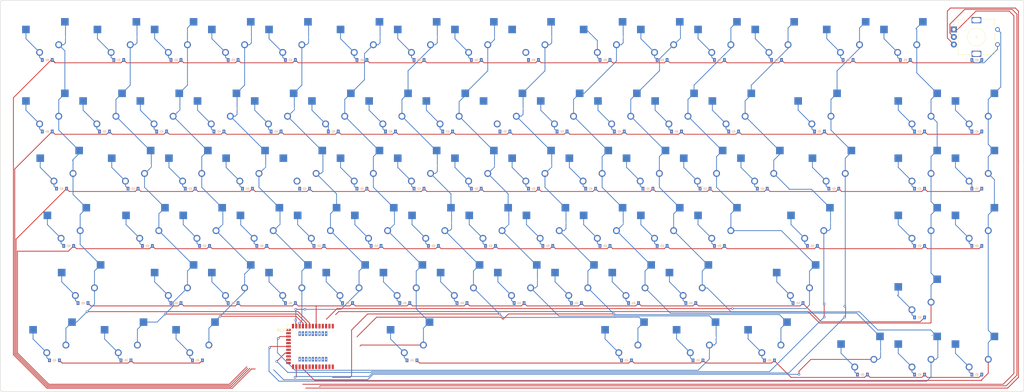
<source format=kicad_pcb>
(kicad_pcb (version 20210722) (generator pcbnew)
  (title_block (title "KEYBOARD_NAME_HERE") (rev "VERSION_HERE") (company "YOUR_NAME_HERE"))
  (layers (0 "F.Cu" signal) (31 "B.Cu" signal) (34 "B.Paste" user) (35 "F.Paste" user) (36 "B.SilkS" user "B.Silkscreen") (37 "F.SilkS" user "F.Silkscreen") (38 "B.Mask" user) (39 "F.Mask" user) (44 "Edge.Cuts" user))
  (net 0 "")
  (net 1 "key1col_key1row")
  (net 2 "P028")
  (net 3 "P110")
  (net 4 "key2col_key2row")
  (net 5 "P029")
  (net 6 "key3col_key3row")
  (net 7 "P030")
  (net 8 "key4col_key4row")
  (net 9 "P031")
  (net 10 "key5col_key5row")
  (net 11 "P004")
  (net 12 "key6col_key6row")
  (net 13 "P005")
  (net 14 "key7col_key7row")
  (net 15 "P007")
  (net 16 "key8col_key8row")
  (net 17 "P109")
  (net 18 "key9col_key9row")
  (net 19 "P012")
  (net 20 "key10col_key10row")
  (net 21 "P023")
  (net 22 "key11col_key11row")
  (net 23 "P021")
  (net 24 "key12col_key12row")
  (net 25 "P019")
  (net 26 "key13col_key13row")
  (net 27 "P018")
  (net 28 "key14col_key14row")
  (net 29 "P022")
  (net 30 "key15col_key15row")
  (net 31 "P100")
  (net 32 "key17col_key17row")
  (net 33 "P111")
  (net 34 "key18col_key18row")
  (net 35 "key19col_key19row")
  (net 36 "key20col_key20row")
  (net 37 "key21col_key21row")
  (net 38 "key22col_key22row")
  (net 39 "key23col_key23row")
  (net 40 "key24col_key24row")
  (net 41 "key25col_key25row")
  (net 42 "key26col_key26row")
  (net 43 "key27col_key27row")
  (net 44 "key28col_key28row")
  (net 45 "key29col_key29row")
  (net 46 "key30col_key30row")
  (net 47 "key31col_key31row")
  (net 48 "key32col_key32row")
  (net 49 "P103")
  (net 50 "key33col_key33row")
  (net 51 "P113")
  (net 52 "key34col_key34row")
  (net 53 "key35col_key35row")
  (net 54 "key36col_key36row")
  (net 55 "key37col_key37row")
  (net 56 "key38col_key38row")
  (net 57 "key39col_key39row")
  (net 58 "key40col_key40row")
  (net 59 "key41col_key41row")
  (net 60 "key42col_key42row")
  (net 61 "key43col_key43row")
  (net 62 "key44col_key44row")
  (net 63 "key45col_key45row")
  (net 64 "key46col_key46row")
  (net 65 "key47col_key47row")
  (net 66 "key48col_key48row")
  (net 67 "key49col_key49row")
  (net 68 "P115")
  (net 69 "key50col_key50row")
  (net 70 "key51col_key51row")
  (net 71 "key52col_key52row")
  (net 72 "key53col_key53row")
  (net 73 "key54col_key54row")
  (net 74 "key55col_key55row")
  (net 75 "key56col_key56row")
  (net 76 "key57col_key57row")
  (net 77 "key58col_key58row")
  (net 78 "key59col_key59row")
  (net 79 "key60col_key60row")
  (net 80 "key61col_key61row")
  (net 81 "key62col_key62row")
  (net 82 "key63col_key63row")
  (net 83 "key64col_key64row")
  (net 84 "P003")
  (net 85 "key65col_key65row")
  (net 86 "key66col_key66row")
  (net 87 "key67col_key67row")
  (net 88 "key68col_key68row")
  (net 89 "key69col_key69row")
  (net 90 "key70col_key70row")
  (net 91 "key71col_key71row")
  (net 92 "key72col_key72row")
  (net 93 "key73col_key73row")
  (net 94 "key74col_key74row")
  (net 95 "key75col_key75row")
  (net 96 "key76col_key76row")
  (net 97 "key77col_key77row")
  (net 98 "P002")
  (net 99 "key78col_key78row")
  (net 100 "key79col_key79row")
  (net 101 "key80col_key80row")
  (net 102 "key81col_key81row")
  (net 103 "key82col_key82row")
  (net 104 "key83col_key83row")
  (net 105 "key84col_key84row")
  (net 106 "key85col_key85row")
  (net 107 "key86col_key86row")
  (net 108 "GND")
  (net 109 "VDD")
  (net 110 "VBUS")
  (net 111 "PDMIN")
  (net 112 "DPLUS")
  (net 113 "P101")
  (net 114 "P102")
  (net 115 "SWDCLK")
  (net 116 "SWDIO")
  (net 117 "P104")
  (net 118 "P106")
  (net 119 "P009")
  (net 120 "P010")
  (net 121 "P114")
  (net 122 "P112")
  (net 123 "P025")
  (net 124 "P011")
  (net 125 "P108")
  (net 126 "P027")
  (net 127 "P008")
  (net 128 "P006")
  (net 129 "P026")
  (net 130 "P107")
  (net 131 "P105")
  (net 132 "P024")
  (net 133 "P020")
  (net 134 "P017")
  (net 135 "P015")
  (net 136 "P014")
  (net 137 "P013")
  (net 138 "P016")
  (net 139 "key16diode")
  (footprint "ComboDiode" (layer "F.Cu") (at 61.75 88.35 180)
    (fp_text reference "D65" hide)
    (fp_text value "" hide)
  )
  (footprint "MX" (layer "F.Cu") (at 185.25 0)
    (fp_text reference "S19" hide)
    (fp_text value "" hide)
  )
  (footprint "ComboDiode" (layer "F.Cu") (at 218.5 50.35 180)
    (fp_text reference "D43" hide)
    (fp_text value "" hide)
  )
  (footprint "ComboDiode" (layer "F.Cu") (at 152 31.35 180)
    (fp_text reference "D24" hide)
    (fp_text value "" hide)
  )
  (footprint "ComboDiode" (layer "F.Cu") (at 0 31.35 180)
    (fp_text reference "D16" hide)
    (fp_text value "" hide)
  )
  (footprint "ComboDiode" (layer "F.Cu") (at 204.25 69.35 180)
    (fp_text reference "D58" hide)
    (fp_text value "" hide)
  )
  (footprint "MX" (layer "F.Cu") (at 80.75 0 180)
    (fp_text reference "S10" hide)
    (fp_text value "" hide)
  )
  (footprint "MX" (layer "F.Cu") (at 0 0)
    (fp_text reference "S1" hide)
    (fp_text value "" hide)
  )
  (footprint "ComboDiode" (layer "F.Cu") (at 90.25 69.35 180)
    (fp_text reference "D52" hide)
    (fp_text value "" hide)
  )
  (footprint "MX" (layer "F.Cu") (at 123.5 42.75 180)
    (fp_text reference "S76" hide)
    (fp_text value "" hide)
  )
  (footprint "MX" (layer "F.Cu") (at 285 0)
    (fp_text reference "S29" hide)
    (fp_text value "" hide)
  )
  (footprint "ComboDiode" (layer "F.Cu") (at 23.75 7.6 180)
    (fp_text reference "D2" hide)
    (fp_text value "" hide)
  )
  (footprint "nRF52840_holyiot_18010" (layer "F.Cu") (at 89.125 102.75 -90)
    (fp_text reference "REF**")
    (fp_text value "nRF52840_holyiot_18010")
  )
  (footprint "MX" (layer "F.Cu") (at 266 0 180)
    (fp_text reference "S28" hide)
    (fp_text value "" hide)
  )
  (footprint "MX" (layer "F.Cu") (at 57 23.75)
    (fp_text reference "S37" hide)
    (fp_text value "" hide)
  )
  (footprint "ComboDiode" (layer "F.Cu") (at 161.5 7.6 180)
    (fp_text reference "D9" hide)
    (fp_text value "" hide)
  )
  (footprint "MX" (layer "F.Cu") (at 254.125 61.75)
    (fp_text reference "S119" hide)
    (fp_text value "" hide)
  )
  (footprint "MX" (layer "F.Cu") (at 2.375 99.75)
    (fp_text reference "S151" hide)
    (fp_text value "" hide)
  )
  (footprint "MX" (layer "F.Cu") (at 180.5 42.75)
    (fp_text reference "S81" hide)
    (fp_text value "" hide)
  )
  (footprint "rotary_encoder" (layer "F.Cu") (at 308.75 0)
    (fp_text reference "ROT1" hide)
    (fp_text value "")
  )
  (footprint "MX" (layer "F.Cu") (at 128.25 61.75 180)
    (fp_text reference "S108" hide)
    (fp_text value "" hide)
  )
  (footprint "MX" (layer "F.Cu") (at 28.5 42.75)
    (fp_text reference "S65" hide)
    (fp_text value "" hide)
  )
  (footprint "MX" (layer "F.Cu") (at 161.5 42.75)
    (fp_text reference "S79" hide)
    (fp_text value "" hide)
  )
  (footprint "MX" (layer "F.Cu") (at 242.25 0)
    (fp_text reference "S25" hide)
    (fp_text value "" hide)
  )
  (footprint "MX" (layer "F.Cu") (at 237.5 42.75 180)
    (fp_text reference "S88" hide)
    (fp_text value "" hide)
  )
  (footprint "MX" (layer "F.Cu") (at 2.375 99.75 180)
    (fp_text reference "S152" hide)
    (fp_text value "" hide)
  )
  (footprint "MX" (layer "F.Cu") (at 23.75 0)
    (fp_text reference "S3" hide)
    (fp_text value "" hide)
  )
  (footprint "MX" (layer "F.Cu") (at 47.5 42.75)
    (fp_text reference "S67" hide)
    (fp_text value "" hide)
  )
  (footprint "MX" (layer "F.Cu") (at 204.25 0 180)
    (fp_text reference "S22" hide)
    (fp_text value "" hide)
  )
  (footprint "MX" (layer "F.Cu") (at 133 23.75 180)
    (fp_text reference "S46" hide)
    (fp_text value "" hide)
  )
  (footprint "ComboDiode" (layer "F.Cu") (at 123.5 50.35 180)
    (fp_text reference "D38" hide)
    (fp_text value "" hide)
  )
  (footprint "MX" (layer "F.Cu") (at 213.75 80.75)
    (fp_text reference "S145" hide)
    (fp_text value "" hide)
  )
  (footprint "MX" (layer "F.Cu") (at 80.75 80.75 180)
    (fp_text reference "S132" hide)
    (fp_text value "" hide)
  )
  (footprint "ComboDiode" (layer "F.Cu") (at 204.25 7.6 180)
    (fp_text reference "D11" hide)
    (fp_text value "" hide)
  )
  (footprint "MX" (layer "F.Cu") (at 185.25 61.75)
    (fp_text reference "S113" hide)
    (fp_text value "" hide)
  )
  (footprint "MX" (layer "F.Cu") (at 185.25 61.75 180)
    (fp_text reference "S114" hide)
    (fp_text value "" hide)
  )
  (footprint "MX" (layer "F.Cu") (at 171 23.75)
    (fp_text reference "S49" hide)
    (fp_text value "" hide)
  )
  (footprint "ComboDiode" (layer "F.Cu") (at 185.25 69.35 180)
    (fp_text reference "D57" hide)
    (fp_text value "" hide)
  )
  (footprint "MX" (layer "F.Cu") (at 142.5 0 180)
    (fp_text reference "S16" hide)
    (fp_text value "" hide)
  )
  (footprint "MX" (layer "F.Cu") (at 142.5 0)
    (fp_text reference "S15" hide)
    (fp_text value "" hide)
  )
  (footprint "ComboDiode" (layer "F.Cu") (at 0 7.6 180)
    (fp_text reference "D1" hide)
    (fp_text value "" hide)
  )
  (footprint "MX" (layer "F.Cu") (at 156.75 80.75)
    (fp_text reference "S139" hide)
    (fp_text value "" hide)
  )
  (footprint "ComboDiode" (layer "F.Cu") (at 308.75 112.1 180)
    (fp_text reference "D85" hide)
    (fp_text value "" hide)
  )
  (footprint "MX" (layer "F.Cu") (at 7.125 61.75 180)
    (fp_text reference "S96" hide)
    (fp_text value "" hide)
  )
  (footprint "MX" (layer "F.Cu") (at 289.75 42.75 180)
    (fp_text reference "S92" hide)
    (fp_text value "" hide)
  )
  (footprint "ComboDiode" (layer "F.Cu") (at 57 31.35 180)
    (fp_text reference "D19" hide)
    (fp_text value "" hide)
  )
  (footprint "ComboDiode" (layer "F.Cu") (at 85.5 50.35 180)
    (fp_text reference "D36" hide)
    (fp_text value "" hide)
  )
  (footprint "MX" (layer "F.Cu") (at 289.75 61.75)
    (fp_text reference "S121" hide)
    (fp_text value "" hide)
  )
  (footprint "MX" (layer "F.Cu") (at 142.5 42.75 180)
    (fp_text reference "S78" hide)
    (fp_text value "" hide)
  )
  (footprint "ComboDiode" (layer "F.Cu") (at 308.75 31.35 180)
    (fp_text reference "D31" hide)
    (fp_text value "" hide)
  )
  (footprint "MX" (layer "F.Cu") (at 190 23.75 180)
    (fp_text reference "S52" hide)
    (fp_text value "" hide)
  )
  (footprint "MX" (layer "F.Cu") (at 49.875 99.75)
    (fp_text reference "S155" hide)
    (fp_text value "" hide)
  )
  (footprint "MX" (layer "F.Cu") (at 308.75 42.75 180)
    (fp_text reference "S94" hide)
    (fp_text value "" hide)
  )
  (footprint "MX" (layer "F.Cu") (at 156.75 80.75 180)
    (fp_text reference "S140" hide)
    (fp_text value "" hide)
  )
  (footprint "MX" (layer "F.Cu") (at 4.75 42.75 180)
    (fp_text reference "S64" hide)
    (fp_text value "" hide)
  )
  (footprint "ComboDiode" (layer "F.Cu") (at 76 31.35 180)
    (fp_text reference "D20" hide)
    (fp_text value "" hide)
  )
  (footprint "MX" (layer "F.Cu") (at 85.5 42.75 180)
    (fp_text reference "S72" hide)
    (fp_text value "" hide)
  )
  (footprint "MX" (layer "F.Cu") (at 49.875 99.75 180)
    (fp_text reference "S156" hide)
    (fp_text value "" hide)
  )
  (footprint "ComboDiode" (layer "F.Cu") (at 47.5 50.35 180)
    (fp_text reference "D34" hide)
    (fp_text value "" hide)
  )
  (footprint "ComboDiode" (layer "F.Cu") (at 223.25 7.6 180)
    (fp_text reference "D12" hide)
    (fp_text value "" hide)
  )
  (footprint "MX" (layer "F.Cu") (at 26.125 99.75 180)
    (fp_text reference "S154" hide)
    (fp_text value "" hide)
  )
  (footprint "ComboDiode" (layer "F.Cu") (at 266 7.6 180)
    (fp_text reference "D14" hide)
    (fp_text value "" hide)
  )
  (footprint "MX" (layer "F.Cu") (at 223.25 0 180)
    (fp_text reference "S24" hide)
    (fp_text value "" hide)
  )
  (footprint "MX" (layer "F.Cu") (at 308.75 104.5)
    (fp_text reference "S169" hide)
    (fp_text value "" hide)
  )
  (footprint "ComboDiode" (layer "F.Cu") (at 142.5 7.6 180)
    (fp_text reference "D8" hide)
    (fp_text value "" hide)
  )
  (footprint "MX" (layer "F.Cu") (at 80.75 0)
    (fp_text reference "S9" hide)
    (fp_text value "" hide)
  )
  (footprint "MX" (layer "F.Cu") (at 256.5 23.75)
    (fp_text reference "S57" hide)
    (fp_text value "" hide)
  )
  (footprint "MX" (layer "F.Cu") (at 180.5 42.75 180)
    (fp_text reference "S82" hide)
    (fp_text value "" hide)
  )
  (footprint "ComboDiode" (layer "F.Cu") (at 239.875 107.35 180)
    (fp_text reference "D82" hide)
    (fp_text value "" hide)
  )
  (footprint "MX" (layer "F.Cu") (at 42.75 0)
    (fp_text reference "S5" hide)
    (fp_text value "" hide)
  )
  (footprint "MX" (layer "F.Cu") (at 118.75 80.75 180)
    (fp_text reference "S136" hide)
    (fp_text value "" hide)
  )
  (footprint "MX" (layer "F.Cu") (at 175.75 80.75)
    (fp_text reference "S141" hide)
    (fp_text value "" hide)
  )
  (footprint "MX" (layer "F.Cu") (at 261.25 42.75)
    (fp_text reference "S89" hide)
    (fp_text value "" hide)
  )
  (footprint "MX" (layer "F.Cu") (at 61.75 0)
    (fp_text reference "S7" hide)
    (fp_text value "" hide)
  )
  (footprint "MX" (layer "F.Cu") (at 71.25 61.75)
    (fp_text reference "S101" hide)
    (fp_text value "" hide)
  )
  (footprint "MX" (layer "F.Cu") (at 52.25 61.75)
    (fp_text reference "S99" hide)
    (fp_text value "" hide)
  )
  (footprint "MX" (layer "F.Cu") (at 223.25 0)
    (fp_text reference "S23" hide)
    (fp_text value "" hide)
  )
  (footprint "ComboDiode" (layer "F.Cu") (at 237.5 50.35 180)
    (fp_text reference "D44" hide)
    (fp_text value "" hide)
  )
  (footprint "MX" (layer "F.Cu") (at 38 23.75 180)
    (fp_text reference "S36" hide)
    (fp_text value "" hide)
  )
  (footprint "MX" (layer "F.Cu") (at 137.75 80.75 180)
    (fp_text reference "S138" hide)
    (fp_text value "" hide)
  )
  (footprint "MX" (layer "F.Cu") (at 95 23.75 180)
    (fp_text reference "S42" hide)
    (fp_text value "" hide)
  )
  (footprint "MX" (layer "F.Cu") (at 121.125 99.75)
    (fp_text reference "S157" hide)
    (fp_text value "" hide)
  )
  (footprint "MX" (layer "F.Cu") (at 109.25 61.75 180)
    (fp_text reference "S106" hide)
    (fp_text value "" hide)
  )
  (footprint "MX" (layer "F.Cu") (at 71.25 61.75 180)
    (fp_text reference "S102" hide)
    (fp_text value "" hide)
  )
  (footprint "MX" (layer "F.Cu") (at 249.375 80.75)
    (fp_text reference "S147" hide)
    (fp_text value "" hide)
  )
  (footprint "MX" (layer "F.Cu") (at 204.25 61.75 180)
    (fp_text reference "S116" hide)
    (fp_text value "" hide)
  )
  (footprint "MX" (layer "F.Cu") (at 171 23.75 180)
    (fp_text reference "S50" hide)
    (fp_text value "" hide)
  )
  (footprint "MX" (layer "F.Cu") (at 239.875 99.75)
    (fp_text reference "S163" hide)
    (fp_text value "" hide)
  )
  (footprint "MX" (layer "F.Cu") (at 114 23.75 180)
    (fp_text reference "S44" hide)
    (fp_text value "" hide)
  )
  (footprint "ComboDiode" (layer "F.Cu") (at 42.75 88.35 180)
    (fp_text reference "D64" hide)
    (fp_text value "" hide)
  )
  (footprint "MX" (layer "F.Cu") (at 289.75 61.75 180)
    (fp_text reference "S122" hide)
    (fp_text value "" hide)
  )
  (footprint "ComboDiode" (layer "F.Cu") (at 166.25 69.35 180)
    (fp_text reference "D56" hide)
    (fp_text value "" hide)
  )
  (footprint "ComboDiode" (layer "F.Cu") (at 26.125 107.35 180)
    (fp_text reference "D77" hide)
    (fp_text value "" hide)
  )
  (footprint "ComboDiode" (layer "F.Cu") (at 256.5 31.35 180)
    (fp_text reference "D29" hide)
    (fp_text value "" hide)
  )
  (footprint "MX" (layer "F.Cu") (at 308.75 42.75)
    (fp_text reference "S93" hide)
    (fp_text value "" hide)
  )
  (footprint "ComboDiode" (layer "F.Cu") (at 66.5 50.35 180)
    (fp_text reference "D35" hide)
    (fp_text value "" hide)
  )
  (footprint "MX" (layer "F.Cu") (at 209 23.75 180)
    (fp_text reference "S54" hide)
    (fp_text value "" hide)
  )
  (footprint "MX" (layer "F.Cu") (at 204.25 0)
    (fp_text reference "S21" hide)
    (fp_text value "" hide)
  )
  (footprint "ComboDiode" (layer "F.Cu") (at 289.75 31.35 180)
    (fp_text reference "D30" hide)
    (fp_text value "" hide)
  )
  (footprint "ComboDiode" (layer "F.Cu") (at 114 31.35 180)
    (fp_text reference "D22" hide)
    (fp_text value "" hide)
  )
  (footprint "ComboDiode" (layer "F.Cu") (at 194.75 88.35 180)
    (fp_text reference "D72" hide)
    (fp_text value "" hide)
  )
  (footprint "MX" (layer "F.Cu") (at 19 23.75)
    (fp_text reference "S33" hide)
    (fp_text value "" hide)
  )
  (footprint "ComboDiode" (layer "F.Cu") (at 209 31.35 180)
    (fp_text reference "D27" hide)
    (fp_text value "" hide)
  )
  (footprint "MX" (layer "F.Cu") (at 42.75 80.75 180)
    (fp_text reference "S128" hide)
    (fp_text value "" hide)
  )
  (footprint "MX" (layer "F.Cu") (at 80.75 80.75)
    (fp_text reference "S131" hide)
    (fp_text value "" hide)
  )
  (footprint "ComboDiode" (layer "F.Cu") (at 118.75 88.35 180)
    (fp_text reference "D68" hide)
    (fp_text value "" hide)
  )
  (footprint "MX" (layer "F.Cu") (at 4.75 42.75)
    (fp_text reference "S63" hide)
    (fp_text value "" hide)
  )
  (footprint "MX" (layer "F.Cu") (at 11.875 80.75 180)
    (fp_text reference "S126" hide)
    (fp_text value "" hide)
  )
  (footprint "MX" (layer "F.Cu") (at 285 0 180)
    (fp_text reference "S30" hide)
    (fp_text value "" hide)
  )
  (footprint "MX" (layer "F.Cu") (at 242.25 0 180)
    (fp_text reference "S26" hide)
    (fp_text value "" hide)
  )
  (footprint "MX" (layer "F.Cu") (at 216.125 99.75)
    (fp_text reference "S161" hide)
    (fp_text value "" hide)
  )
  (footprint "MX" (layer "F.Cu") (at 52.25 61.75 180)
    (fp_text reference "S100" hide)
    (fp_text value "" hide)
  )
  (footprint "MX" (layer "F.Cu") (at 33.25 61.75)
    (fp_text reference "S97" hide)
    (fp_text value "" hide)
  )
  (footprint "ComboDiode" (layer "F.Cu") (at 175.75 88.35 180)
    (fp_text reference "D71" hide)
    (fp_text value "" hide)
  )
  (footprint "MX" (layer "F.Cu") (at 199.5 42.75)
    (fp_text reference "S83" hide)
    (fp_text value "" hide)
  )
  (footprint "MX" (layer "F.Cu") (at 147.25 61.75 180)
    (fp_text reference "S110" hide)
    (fp_text value "" hide)
  )
  (footprint "MX" (layer "F.Cu") (at 166.25 61.75 180)
    (fp_text reference "S112" hide)
    (fp_text value "" hide)
  )
  (footprint "ComboDiode" (layer "F.Cu") (at 156.75 88.35 180)
    (fp_text reference "D70" hide)
    (fp_text value "" hide)
  )
  (footprint "MX" (layer "F.Cu") (at 289.75 42.75)
    (fp_text reference "S91" hide)
    (fp_text value "" hide)
  )
  (footprint "MX" (layer "F.Cu") (at 0 23.75)
    (fp_text reference "S31" hide)
    (fp_text value "" hide)
  )
  (footprint "MX" (layer "F.Cu") (at 256.5 23.75 180)
    (fp_text reference "S58" hide)
    (fp_text value "" hide)
  )
  (footprint "ComboDiode" (layer "F.Cu") (at 171 31.35 180)
    (fp_text reference "D25" hide)
    (fp_text value "" hide)
  )
  (footprint "ComboDiode" (layer "F.Cu") (at 213.75 88.35 180)
    (fp_text reference "D73" hide)
    (fp_text value "" hide)
  )
  (footprint "MX" (layer "F.Cu") (at 270.75 104.5 180)
    (fp_text reference "S166" hide)
    (fp_text value "" hide)
  )
  (footprint "MX" (layer "F.Cu") (at 228 23.75)
    (fp_text reference "S55" hide)
    (fp_text value "" hide)
  )
  (footprint "MX" (layer "F.Cu") (at 190 23.75)
    (fp_text reference "S51" hide)
    (fp_text value "" hide)
  )
  (footprint "ComboDiode" (layer "F.Cu") (at 104.5 50.35 180)
    (fp_text reference "D37" hide)
    (fp_text value "" hide)
  )
  (footprint "ComboDiode" (layer "F.Cu") (at 99.75 88.35 180)
    (fp_text reference "D67" hide)
    (fp_text value "" hide)
  )
  (footprint "ComboDiode" (layer "F.Cu") (at 270.75 112.1 180)
    (fp_text reference "D83" hide)
    (fp_text value "" hide)
  )
  (footprint "ComboDiode" (layer "F.Cu") (at 308.75 69.35 180)
    (fp_text reference "D62" hide)
    (fp_text value "" hide)
  )
  (footprint "ComboDiode" (layer "F.Cu") (at 95 31.35 180)
    (fp_text reference "D21" hide)
    (fp_text value "" hide)
  )
  (footprint "ComboDiode" (layer "F.Cu") (at 254.125 69.35 180)
    (fp_text reference "D60" hide)
    (fp_text value "" hide)
  )
  (footprint "ComboDiode" (layer "F.Cu") (at 33.25 69.35 180)
    (fp_text reference "D49" hide)
    (fp_text value "" hide)
  )
  (footprint "ComboDiode" (layer "F.Cu") (at 61.75 7.6 180)
    (fp_text reference "D4" hide)
    (fp_text value "" hide)
  )
  (footprint "MX" (layer "F.Cu") (at 308.75 23.75 180)
    (fp_text reference "S62" hide)
    (fp_text value "" hide)
  )
  (footprint "ComboDiode" (layer "F.Cu") (at 185.25 7.6 180)
    (fp_text reference "D10" hide)
    (fp_text value "" hide)
  )
  (footprint "MX" (layer "F.Cu") (at 7.125 61.75)
    (fp_text reference "S95" hide)
    (fp_text value "" hide)
  )
  (footprint "MX" (layer "F.Cu") (at 123.5 0)
    (fp_text reference "S13" hide)
    (fp_text value "" hide)
  )
  (footprint "MX" (layer "F.Cu") (at 289.75 104.5 180)
    (fp_text reference "S168" hide)
    (fp_text value "" hide)
  )
  (footprint "MX" (layer "F.Cu") (at 270.75 104.5)
    (fp_text reference "S165" hide)
    (fp_text value "" hide)
  )
  (footprint "ComboDiode" (layer "F.Cu") (at 192.375 107.35 180)
    (fp_text reference "D80" hide)
    (fp_text value "" hide)
  )
  (footprint "MX" (layer "F.Cu") (at 26.125 99.75)
    (fp_text reference "S153" hide)
    (fp_text value "" hide)
  )
  (footprint "MX" (layer "F.Cu") (at 0 0 180)
    (fp_text reference "S2" hide)
    (fp_text value "" hide)
  )
  (footprint "MX" (layer "F.Cu") (at 289.75 104.5)
    (fp_text reference "S167" hide)
    (fp_text value "" hide)
  )
  (footprint "ComboDiode" (layer "F.Cu") (at 223.25 69.35 180)
    (fp_text reference "D59" hide)
    (fp_text value "" hide)
  )
  (footprint "MX" (layer "F.Cu") (at 261.25 42.75 180)
    (fp_text reference "S90" hide)
    (fp_text value "" hide)
  )
  (footprint "MX" (layer "F.Cu") (at 289.75 85.5)
    (fp_text reference "S149" hide)
    (fp_text value "" hide)
  )
  (footprint "MX" (layer "F.Cu") (at 161.5 0)
    (fp_text reference "S17" hide)
    (fp_text value "" hide)
  )
  (footprint "MX" (layer "F.Cu") (at 152 23.75)
    (fp_text reference "S47" hide)
    (fp_text value "" hide)
  )
  (footprint "MX" (layer "F.Cu") (at 289.75 23.75)
    (fp_text reference "S59" hide)
    (fp_text value "" hide)
  )
  (footprint "ComboDiode" (layer "F.Cu") (at 2.375 107.35 180)
    (fp_text reference "D76" hide)
    (fp_text value "" hide)
  )
  (footprint "ComboDiode" (layer "F.Cu") (at 289.75 69.35 180)
    (fp_text reference "D61" hide)
    (fp_text value "" hide)
  )
  (footprint "ComboDiode" (layer "F.Cu") (at 199.5 50.35 180)
    (fp_text reference "D42" hide)
    (fp_text value "" hide)
  )
  (footprint "MX" (layer "F.Cu") (at 218.5 42.75)
    (fp_text reference "S85" hide)
    (fp_text value "" hide)
  )
  (footprint "ComboDiode" (layer "F.Cu") (at 52.25 69.35 180)
    (fp_text reference "D50" hide)
    (fp_text value "" hide)
  )
  (footprint "ComboDiode" (layer "F.Cu") (at 285 7.6 180)
    (fp_text reference "D15" hide)
    (fp_text value "" hide)
  )
  (footprint "MX" (layer "F.Cu") (at 239.875 99.75 180)
    (fp_text reference "S164" hide)
    (fp_text value "" hide)
  )
  (footprint "ComboDiode" (layer "F.Cu") (at 137.75 88.35 180)
    (fp_text reference "D69" hide)
    (fp_text value "" hide)
  )
  (footprint "MX" (layer "F.Cu") (at 66.5 42.75)
    (fp_text reference "S69" hide)
    (fp_text value "" hide)
  )
  (footprint "ComboDiode" (layer "F.Cu") (at 249.375 88.35 180)
    (fp_text reference "D74" hide)
    (fp_text value "" hide)
  )
  (footprint "ComboDiode" (layer "F.Cu") (at 71.25 69.35 180)
    (fp_text reference "D51" hide)
    (fp_text value "" hide)
  )
  (footprint "MX" (layer "F.Cu") (at 57 23.75 180)
    (fp_text reference "S38" hide)
    (fp_text value "" hide)
  )
  (footprint "MX" (layer "F.Cu") (at 137.75 80.75)
    (fp_text reference "S137" hide)
    (fp_text value "" hide)
  )
  (footprint "ComboDiode" (layer "F.Cu") (at 80.75 7.6 180)
    (fp_text reference "D5" hide)
    (fp_text value "" hide)
  )
  (footprint "MX" (layer "F.Cu") (at 223.25 61.75 180)
    (fp_text reference "S118" hide)
    (fp_text value "" hide)
  )
  (footprint "ComboDiode" (layer "F.Cu") (at 228 31.35 180)
    (fp_text reference "D28" hide)
    (fp_text value "" hide)
  )
  (footprint "MX" (layer "F.Cu") (at 308.75 104.5 180)
    (fp_text reference "S170" hide)
    (fp_text value "" hide)
  )
  (footprint "MX" (layer "F.Cu") (at 42.75 0 180)
    (fp_text reference "S6" hide)
    (fp_text value "" hide)
  )
  (footprint "MX" (layer "F.Cu") (at 204.25 61.75)
    (fp_text reference "S115" hide)
    (fp_text value "" hide)
  )
  (footprint "ComboDiode" (layer "F.Cu") (at 128.25 69.35 180)
    (fp_text reference "D54" hide)
    (fp_text value "" hide)
  )
  (footprint "ComboDiode" (layer "F.Cu") (at 190 31.35 180)
    (fp_text reference "D26" hide)
    (fp_text value "" hide)
  )
  (footprint "ComboDiode" (layer "F.Cu") (at 80.75 88.35 180)
    (fp_text reference "D66" hide)
    (fp_text value "" hide)
  )
  (footprint "MX" (layer "F.Cu") (at 213.75 80.75 180)
    (fp_text reference "S146" hide)
    (fp_text value "" hide)
  )
  (footprint "ComboDiode" (layer "F.Cu") (at 308.75 50.35 180)
    (fp_text reference "D47" hide)
    (fp_text value "" hide)
  )
  (footprint "MX" (layer "F.Cu") (at 175.75 80.75 180)
    (fp_text reference "S142" hide)
    (fp_text value "" hide)
  )
  (footprint "MX" (layer "F.Cu") (at 289.75 23.75 180)
    (fp_text reference "S60" hide)
    (fp_text value "" hide)
  )
  (footprint "MX" (layer "F.Cu") (at 95 23.75)
    (fp_text reference "S41" hide)
    (fp_text value "" hide)
  )
  (footprint "MX" (layer "F.Cu") (at 209 23.75)
    (fp_text reference "S53" hide)
    (fp_text value "" hide)
  )
  (footprint "MX" (layer "F.Cu") (at 308.75 61.75 180)
    (fp_text reference "S124" hide)
    (fp_text value "" hide)
  )
  (footprint "MX" (layer "F.Cu") (at 0 23.75 180)
    (fp_text reference "S32" hide)
    (fp_text value "" hide)
  )
  (footprint "MX" (layer "F.Cu") (at 123.5 0 180)
    (fp_text reference "S14" hide)
    (fp_text value "" hide)
  )
  (footprint "MX" (layer "F.Cu") (at 121.125 99.75 180)
    (fp_text reference "S158" hide)
    (fp_text value "" hide)
  )
  (footprint "ComboDiode" (layer "F.Cu") (at 123.5 7.6 180)
    (fp_text reference "D7" hide)
    (fp_text value "" hide)
  )
  (footprint "MX" (layer "F.Cu") (at 123.5 42.75)
    (fp_text reference "S75" hide)
    (fp_text value "" hide)
  )
  (footprint "ComboDiode" (layer "F.Cu") (at 142.5 50.35 180)
    (fp_text reference "D39" hide)
    (fp_text value "" hide)
  )
  (footprint "MX" (layer "F.Cu") (at 99.75 80.75 180)
    (fp_text reference "S134" hide)
    (fp_text value "" hide)
  )
  (footprint "MX" (layer "F.Cu") (at 23.75 0 180)
    (fp_text reference "S4" hide)
    (fp_text value "" hide)
  )
  (footprint "MX" (layer "F.Cu") (at 109.25 61.75)
    (fp_text reference "S105" hide)
    (fp_text value "" hide)
  )
  (footprint "MX" (layer "F.Cu") (at 104.5 42.75 180)
    (fp_text reference "S74" hide)
    (fp_text value "" hide)
  )
  (footprint "ComboDiode" (layer "F.Cu") (at 261.25 50.35 180)
    (fp_text reference "D45" hide)
    (fp_text value "" hide)
  )
  (footprint "MX" (layer "F.Cu") (at 61.75 0 180)
    (fp_text reference "S8" hide)
    (fp_text value "" hide)
  )
  (footprint "MX" (layer "F.Cu") (at 90.25 61.75 180)
    (fp_text reference "S104" hide)
    (fp_text value "" hide)
  )
  (footprint "MX" (layer "F.Cu") (at 11.875 80.75)
    (fp_text reference "S125" hide)
    (fp_text value "" hide)
  )
  (footprint "ComboDiode" (layer "F.Cu") (at 308.75 7.6 180)
    (fp_text reference "D86" hide)
    (fp_text value "" hide)
  )
  (footprint "ComboDiode" (layer "F.Cu") (at 147.25 69.35 180)
    (fp_text reference "D55" hide)
    (fp_text value "" hide)
  )
  (footprint "MX" (layer "F.Cu") (at 61.75 80.75)
    (fp_text reference "S129" hide)
    (fp_text value "" hide)
  )
  (footprint "ComboDiode" (layer "F.Cu") (at 49.875 107.35 180)
    (fp_text reference "D78" hide)
    (fp_text value "" hide)
  )
  (footprint "ComboDiode" (layer "F.Cu") (at 11.875 88.35 180)
    (fp_text reference "D63" hide)
    (fp_text value "" hide)
  )
  (footprint "ComboDiode" (layer "F.Cu") (at 19 31.35 180)
    (fp_text reference "D17" hide)
    (fp_text value "" hide)
  )
  (footprint "MX" (layer "F.Cu") (at 152 23.75 180)
    (fp_text reference "S48" hide)
    (fp_text value "" hide)
  )
  (footprint "ComboDiode" (layer "F.Cu") (at 242.25 7.6 180)
    (fp_text reference "D13" hide)
    (fp_text value "" hide)
  )
  (footprint "MX" (layer "F.Cu") (at 104.5 0)
    (fp_text reference "S11" hide)
    (fp_text value "" hide)
  )
  (footprint "MX" (layer "F.Cu") (at 289.75 85.5 180)
    (fp_text reference "S150" hide)
    (fp_text value "" hide)
  )
  (footprint "MX" (layer "F.Cu") (at 133 23.75)
    (fp_text reference "S45" hide)
    (fp_text value "" hide)
  )
  (footprint "MX" (layer "F.Cu") (at 142.5 42.75)
    (fp_text reference "S77" hide)
    (fp_text value "" hide)
  )
  (footprint "MX" (layer "F.Cu") (at 128.25 61.75)
    (fp_text reference "S107" hide)
    (fp_text value "" hide)
  )
  (footprint "MX" (layer "F.Cu") (at 199.5 42.75 180)
    (fp_text reference "S84" hide)
    (fp_text value "" hide)
  )
  (footprint "MX" (layer "F.Cu") (at 185.25 0 180)
    (fp_text reference "S20" hide)
    (fp_text value "" hide)
  )
  (footprint "ComboDiode" (layer "F.Cu") (at 4.75 50.35 180)
    (fp_text reference "D32" hide)
    (fp_text value "" hide)
  )
  (footprint "ComboDiode" (layer "F.Cu") (at 216.125 107.35 180)
    (fp_text reference "D81" hide)
    (fp_text value "" hide)
  )
  (footprint "MX" (layer "F.Cu") (at 194.75 80.75)
    (fp_text reference "S143" hide)
    (fp_text value "" hide)
  )
  (footprint "MX" (layer "F.Cu") (at 76 23.75)
    (fp_text reference "S39" hide)
    (fp_text value "" hide)
  )
  (footprint "MX" (layer "F.Cu") (at 218.5 42.75 180)
    (fp_text reference "S86" hide)
    (fp_text value "" hide)
  )
  (footprint "ComboDiode" (layer "F.Cu") (at 161.5 50.35 180)
    (fp_text reference "D40" hide)
    (fp_text value "" hide)
  )
  (footprint "MX" (layer "F.Cu") (at 76 23.75 180)
    (fp_text reference "S40" hide)
    (fp_text value "" hide)
  )
  (footprint "MX" (layer "F.Cu") (at 223.25 61.75)
    (fp_text reference "S117" hide)
    (fp_text value "" hide)
  )
  (footprint "ComboDiode" (layer "F.Cu") (at 7.125 69.35 180)
    (fp_text reference "D48" hide)
    (fp_text value "" hide)
  )
  (footprint "MX" (layer "F.Cu") (at 266 0)
    (fp_text reference "S27" hide)
    (fp_text value "" hide)
  )
  (footprint "MX" (layer "F.Cu") (at 237.5 42.75)
    (fp_text reference "S87" hide)
    (fp_text value "" hide)
  )
  (footprint "MX" (layer "F.Cu") (at 228 23.75 180)
    (fp_text reference "S56" hide)
    (fp_text value "" hide)
  )
  (footprint "MX" (layer "F.Cu") (at 85.5 42.75)
    (fp_text reference "S71" hide)
    (fp_text value "" hide)
  )
  (footprint "MX" (layer "F.Cu") (at 28.5 42.75 180)
    (fp_text reference "S66" hide)
    (fp_text value "" hide)
  )
  (footprint "MX" (layer "F.Cu") (at 90.25 61.75)
    (fp_text reference "S103" hide)
    (fp_text value "" hide)
  )
  (footprint "ComboDiode" (layer "F.Cu") (at 121.125 107.35 180)
    (fp_text reference "D79" hide)
    (fp_text value "" hide)
  )
  (footprint "MX" (layer "F.Cu") (at 118.75 80.75)
    (fp_text reference "S135" hide)
    (fp_text value "" hide)
  )
  (footprint "MX" (layer "F.Cu") (at 99.75 80.75)
    (fp_text reference "S133" hide)
    (fp_text value "" hide)
  )
  (footprint "MX" (layer "F.Cu") (at 66.5 42.75 180)
    (fp_text reference "S70" hide)
    (fp_text value "" hide)
  )
  (footprint "ComboDiode" (layer "F.Cu") (at 180.5 50.35 180)
    (fp_text reference "D41" hide)
    (fp_text value "" hide)
  )
  (footprint "ComboDiode" (layer "F.Cu") (at 289.75 112.1 180)
    (fp_text reference "D84" hide)
    (fp_text value "" hide)
  )
  (footprint "MX" (layer "F.Cu") (at 61.75 80.75 180)
    (fp_text reference "S130" hide)
    (fp_text value "" hide)
  )
  (footprint "ComboDiode" (layer "F.Cu") (at 28.5 50.35 180)
    (fp_text reference "D33" hide)
    (fp_text value "" hide)
  )
  (footprint "MX" (layer "F.Cu") (at 192.375 99.75)
    (fp_text reference "S159" hide)
    (fp_text value "" hide)
  )
  (footprint "MX" (layer "F.Cu") (at 216.125 99.75 180)
    (fp_text reference "S162" hide)
    (fp_text value "" hide)
  )
  (footprint "MX" (layer "F.Cu") (at 249.375 80.75 180)
    (fp_text reference "S148" hide)
    (fp_text value "" hide)
  )
  (footprint "MX" (layer "F.Cu") (at 147.25 61.75)
    (fp_text reference "S109" hide)
    (fp_text value "" hide)
  )
  (footprint "MX" (layer "F.Cu") (at 38 23.75)
    (fp_text reference "S35" hide)
    (fp_text value "" hide)
  )
  (footprint "MX" (layer "F.Cu") (at 161.5 0 180)
    (fp_text reference "S18" hide)
    (fp_text value "" hide)
  )
  (footprint "ComboDiode" (layer "F.Cu") (at 104.5 7.6 180)
    (fp_text reference "D6" hide)
    (fp_text value "" hide)
  )
  (footprint "ComboDiode" (layer "F.Cu") (at 42.75 7.6 180)
    (fp_text reference "D3" hide)
    (fp_text value "" hide)
  )
  (footprint "MX" (layer "F.Cu") (at 194.75 80.75 180)
    (fp_text reference "S144" hide)
    (fp_text value "" hide)
  )
  (footprint "MX" (layer "F.Cu") (at 104.5 42.75)
    (fp_text reference "S73" hide)
    (fp_text value "" hide)
  )
  (footprint "MX" (layer "F.Cu") (at 33.25 61.75 180)
    (fp_text reference "S98" hide)
    (fp_text value "" hide)
  )
  (footprint "ComboDiode" (layer "F.Cu") (at 289.75 50.35 180)
    (fp_text reference "D46" hide)
    (fp_text value "" hide)
  )
  (footprint "MX" (layer "F.Cu") (at 308.75 23.75)
    (fp_text reference "S61" hide)
    (fp_text value "" hide)
  )
  (footprint "ComboDiode" (layer "F.Cu") (at 38 31.35 180)
    (fp_text reference "D18" hide)
    (fp_text value "" hide)
  )
  (footprint "ComboDiode" (layer "F.Cu") (at 133 31.35 180)
    (fp_text reference "D23" hide)
    (fp_text value "" hide)
  )
  (footprint "MX" (layer "F.Cu") (at 104.5 0 180)
    (fp_text reference "S12" hide)
    (fp_text value "" hide)
  )
  (footprint "MX" (layer "F.Cu") (at 254.125 61.75 180)
    (fp_text reference "S120" hide)
    (fp_text value "" hide)
  )
  (footprint "MX" (layer "F.Cu") (at 166.25 61.75)
    (fp_text reference "S111" hide)
    (fp_text value "" hide)
  )
  (footprint "MX" (layer "F.Cu") (at 114 23.75)
    (fp_text reference "S43" hide)
    (fp_text value "" hide)
  )
  (footprint "MX" (layer "F.Cu") (at 47.5 42.75 180)
    (fp_text reference "S68" hide)
    (fp_text value "" hide)
  )
  (footprint "MX" (layer "F.Cu") (at 19 23.75 180)
    (fp_text reference "S34" hide)
    (fp_text value "" hide)
  )
  (footprint "ComboDiode" (layer "F.Cu") (at 289.75 93.1 180)
    (fp_text reference "D75" hide)
    (fp_text value "" hide)
  )
  (footprint "MX" (layer "F.Cu") (at 42.75 80.75)
    (fp_text reference "S127" hide)
    (fp_text value "" hide)
  )
  (footprint "MX" (layer "F.Cu") (at 161.5 42.75 180)
    (fp_text reference "S80" hide)
    (fp_text value "" hide)
  )
  (footprint "ComboDiode" (layer "F.Cu") (at 109.25 69.35 180)
    (fp_text reference "D53" hide)
    (fp_text value "" hide)
  )
  (footprint "MX" (layer "F.Cu") (at 308.75 61.75)
    (fp_text reference "S123" hide)
    (fp_text value "" hide)
  )
  (footprint "MX" (layer "F.Cu") (at 192.375 99.75 180)
    (fp_text reference "S160" hide)
    (fp_text value "" hide)
  )
  (gr_line (start 324.375 117.25) (end 323.875 117.75) (angle 90) (layer "Edge.Cuts") (width 0.15))
  (gr_line (start 323.875 -12.25) (end 324.375 -11.75) (angle 90) (layer "Edge.Cuts") (width 0.15))
  (gr_line (start -15.625 -11.75) (end -15.125 -12.25) (angle 90) (layer "Edge.Cuts") (width 0.15))
  (gr_line (start -15.625 117.25) (end -15.625 -11.75) (angle 90) (layer "Edge.Cuts") (width 0.15))
  (gr_line (start 323.875 117.75) (end -15.125 117.75) (angle 90) (layer "Edge.Cuts") (width 0.15))
  (gr_line (start -15.125 117.75) (end -15.625 117.25) (angle 90) (layer "Edge.Cuts") (width 0.15))
  (gr_line (start 324.375 -11.75) (end 324.375 117.25) (angle 90) (layer "Edge.Cuts") (width 0.15))
  (gr_line (start -15.125 -12.25) (end 323.875 -12.25) (angle 90) (layer "Edge.Cuts") (width 0.15))
  (segment (start 293.878 99.06) (end 293.992489 99.06) (width 0.25) (layer "B.Cu") (net 0))
  (segment (start -7.085 -2.54) (end -7.085 0.535) (width 0.25) (layer "B.Cu") (net 1))
  (segment (start -7.085 0.535) (end -2.54 5.08) (width 0.25) (layer "B.Cu") (net 1))
  (segment (start -2.54 5.08) (end -2.54 6.71) (width 0.25) (layer "B.Cu") (net 1))
  (segment (start -2.54 6.71) (end -1.65 7.6) (width 0.25) (layer "B.Cu") (net 1))
  (segment (start 83.332 91.195) (end 87.125 94.988) (width 0.25) (layer "F.Cu") (net 2))
  (segment (start 87.125 94.988) (end 87.125 96) (width 0.25) (layer "F.Cu") (net 2))
  (segment (start 13.217 91.195) (end 83.332 91.195) (width 0.25) (layer "F.Cu") (net 2))
  (via (at 13.217 91.195) (size 0.8) (drill 0.4) (layers "F.Cu" "B.Cu") (net 2))
  (segment (start 15.685 83.29) (end 15.685 88.727) (width 0.25) (layer "B.Cu") (net 2))
  (segment (start 13.217 91.195) (end 9.742 94.67) (width 0.25) (layer "B.Cu") (net 2))
  (segment (start 12.967 56.67) (end 12.967 56.883) (width 0.25) (layer "B.Cu") (net 2))
  (segment (start 8.217 94.67) (end 6.185 96.702) (width 0.25) (layer "B.Cu") (net 2))
  (segment (start 17.717 75.67) (end 15.685 77.702) (width 0.25) (layer "B.Cu") (net 2))
  (segment (start 5.842 18.796) (end 3.81 20.828) (width 0.25) (layer "B.Cu") (net 2))
  (segment (start 9.742 94.67) (end 8.217 94.67) (width 0.25) (layer "B.Cu") (net 2))
  (segment (start 3.81 2.54) (end 5.842 4.572) (width 0.25) (layer "B.Cu") (net 2))
  (segment (start 8.56 52.263) (end 12.967 56.67) (width 0.25) (layer "B.Cu") (net 2))
  (segment (start 6.055911 -4.866089) (end 6.055911 1.910535) (width 0.25) (layer "B.Cu") (net 2))
  (segment (start 3.81 20.828) (end 3.81 26.29) (width 0.25) (layer "B.Cu") (net 2))
  (segment (start 6.055911 1.910535) (end 5.426446 2.54) (width 0.25) (layer "B.Cu") (net 2))
  (segment (start 5.426446 2.54) (end 3.81 2.54) (width 0.25) (layer "B.Cu") (net 2))
  (segment (start 15.685 77.702) (end 15.685 83.29) (width 0.25) (layer "B.Cu") (net 2))
  (segment (start 6.185 96.702) (end 6.185 102.29) (width 0.25) (layer "B.Cu") (net 2))
  (segment (start 10.935 58.915) (end 10.935 64.29) (width 0.25) (layer "B.Cu") (net 2))
  (segment (start 5.842 4.572) (end 5.842 18.67) (width 0.25) (layer "B.Cu") (net 2))
  (segment (start 5.842 18.67) (end 5.842 18.796) (width 0.25) (layer "B.Cu") (net 2))
  (segment (start 15.685 88.727) (end 13.217 91.195) (width 0.25) (layer "B.Cu") (net 2))
  (segment (start 10.935 68.888) (end 17.717 75.67) (width 0.25) (layer "B.Cu") (net 2))
  (segment (start 12.967 56.883) (end 10.935 58.915) (width 0.25) (layer "B.Cu") (net 2))
  (segment (start 10.592 38.684) (end 8.382 40.894) (width 0.25) (layer "B.Cu") (net 2))
  (segment (start 10.935 64.29) (end 10.935 68.888) (width 0.25) (layer "B.Cu") (net 2))
  (segment (start 8.56 41.072) (end 8.56 45.29) (width 0.25) (layer "B.Cu") (net 2))
  (segment (start 3.81 26.29) (end 3.81 30.888) (width 0.25) (layer "B.Cu") (net 2))
  (segment (start 8.56 45.29) (end 8.56 52.263) (width 0.25) (layer "B.Cu") (net 2))
  (segment (start 5.842 -5.08) (end 6.055911 -4.866089) (width 0.25) (layer "B.Cu") (net 2))
  (segment (start 3.81 30.888) (end 10.592 37.67) (width 0.25) (layer "B.Cu") (net 2))
  (segment (start 10.592 37.67) (end 10.592 38.684) (width 0.25) (layer "B.Cu") (net 2))
  (segment (start 8.382 40.894) (end 8.56 41.072) (width 0.25) (layer "B.Cu") (net 2))
  (segment (start 44.4 7.6) (end 45.324511 8.524511) (width 0.25) (layer "F.Cu") (net 3))
  (segment (start 242.975489 8.524511) (end 243.9 7.6) (width 0.25) (layer "F.Cu") (net 3))
  (segment (start 287.574511 8.524511) (end 309.475489 8.524511) (width 0.25) (layer "F.Cu") (net 3))
  (segment (start 2.682511 8.524511) (end 24.475489 8.524511) (width 0.25) (layer "F.Cu") (net 3))
  (segment (start 162.225489 8.524511) (end 163.15 7.6) (width 0.25) (layer "F.Cu") (net 3))
  (segment (start 145.074511 8.524511) (end 162.225489 8.524511) (width 0.25) (layer "F.Cu") (net 3))
  (segment (start 164.074511 8.524511) (end 185.975489 8.524511) (width 0.25) (layer "F.Cu") (net 3))
  (segment (start -11.254531 20.144531) (end 1.29 7.6) (width 0.25) (layer "F.Cu") (net 3))
  (segment (start 186.9 7.6) (end 187.824511 8.524511) (width 0.25) (layer "F.Cu") (net 3))
  (segment (start 2.574511 8.524511) (end 2.682511 8.524511) (width 0.25) (layer "F.Cu") (net 3))
  (segment (start 309.475489 8.524511) (end 310.4 7.6) (width 0.25) (layer "F.Cu") (net 3))
  (segment (start 285.725489 8.524511) (end 286.65 7.6) (width 0.25) (layer "F.Cu") (net 3))
  (segment (start 106.15 7.6) (end 107.074511 8.524511) (width 0.25) (layer "F.Cu") (net 3))
  (segment (start 82.4 7.6) (end 83.324511 8.524511) (width 0.25) (layer "F.Cu") (net 3))
  (segment (start 223.975489 8.524511) (end 224.9 7.6) (width 0.25) (layer "F.Cu") (net 3))
  (segment (start -11.254531 105.460581) (end -11.254531 20.144531) (width 0.25) (layer "F.Cu") (net 3))
  (segment (start 126.074511 8.524511) (end 143.225489 8.524511) (width 0.25) (layer "F.Cu") (net 3))
  (segment (start 124.225489 8.524511) (end 125.15 7.6) (width 0.25) (layer "F.Cu") (net 3))
  (segment (start 187.824511 8.524511) (end 204.975489 8.524511) (width 0.25) (layer "F.Cu") (net 3))
  (segment (start 1.65 7.6) (end 2.574511 8.524511) (width 0.25) (layer "F.Cu") (net 3))
  (segment (start 144.15 7.6) (end 145.074511 8.524511) (width 0.25) (layer "F.Cu") (net 3))
  (segment (start -0.050581 116.664531) (end -11.254531 105.460581) (width 0.25) (layer "F.Cu") (net 3))
  (segment (start 204.975489 8.524511) (end 205.9 7.6) (width 0.25) (layer "F.Cu") (net 3))
  (segment (start 225.824511 8.524511) (end 242.975489 8.524511) (width 0.25) (layer "F.Cu") (net 3))
  (segment (start 105.225489 8.524511) (end 106.15 7.6) (width 0.25) (layer "F.Cu") (net 3))
  (segment (start 64.324511 8.524511) (end 81.475489 8.524511) (width 0.25) (layer "F.Cu") (net 3))
  (segment (start 69.088 110.236) (end 67.818 110.236) (width 0.25) (layer "F.Cu") (net 3))
  (segment (start 67.818 110.236) (end 61.389469 116.664531) (width 0.25) (layer "F.Cu") (net 3))
  (segment (start 25.4 7.6) (end 26.324511 8.524511) (width 0.25) (layer "F.Cu") (net 3))
  (segment (start 81.475489 8.524511) (end 82.4 7.6) (width 0.25) (layer "F.Cu") (net 3))
  (segment (start 107.074511 8.524511) (end 124.225489 8.524511) (width 0.25) (layer "F.Cu") (net 3))
  (segment (start 83.324511 8.524511) (end 105.225489 8.524511) (width 0.25) (layer "F.Cu") (net 3))
  (segment (start 267.65 7.6) (end 268.574511 8.524511) (width 0.25) (layer "F.Cu") (net 3))
  (segment (start 63.4 7.6) (end 64.324511 8.524511) (width 0.25) (layer "F.Cu") (net 3))
  (segment (start 163.15 7.6) (end 164.074511 8.524511) (width 0.25) (layer "F.Cu") (net 3))
  (segment (start 224.9 7.6) (end 225.824511 8.524511) (width 0.25) (layer "F.Cu") (net 3))
  (segment (start 1.758 7.6) (end 2.682511 8.524511) (width 0.25) (layer "F.Cu") (net 3))
  (segment (start 243.9 7.6) (end 244.824511 8.524511) (width 0.25) (layer "F.Cu") (net 3))
  (segment (start 26.324511 8.524511) (end 43.475489 8.524511) (width 0.25) (layer "F.Cu") (net 3))
  (segment (start 45.324511 8.524511) (end 62.475489 8.524511) (width 0.25) (layer "F.Cu") (net 3))
  (segment (start 61.389469 116.664531) (end -0.050581 116.664531) (width 0.25) (layer "F.Cu") (net 3))
  (segment (start 206.824511 8.524511) (end 223.975489 8.524511) (width 0.25) (layer "F.Cu") (net 3))
  (segment (start 286.65 7.6) (end 287.574511 8.524511) (width 0.25) (layer "F.Cu") (net 3))
  (segment (start 185.975489 8.524511) (end 186.9 7.6) (width 0.25) (layer "F.Cu") (net 3))
  (segment (start 62.475489 8.524511) (end 63.4 7.6) (width 0.25) (layer "F.Cu") (net 3))
  (segment (start 266.725489 8.524511) (end 267.65 7.6) (width 0.25) (layer "F.Cu") (net 3))
  (segment (start 43.475489 8.524511) (end 44.4 7.6) (width 0.25) (layer "F.Cu") (net 3))
  (segment (start 24.475489 8.524511) (end 25.4 7.6) (width 0.25) (layer "F.Cu") (net 3))
  (segment (start 143.225489 8.524511) (end 144.15 7.6) (width 0.25) (layer "F.Cu") (net 3))
  (segment (start 205.9 7.6) (end 206.824511 8.524511) (width 0.25) (layer "F.Cu") (net 3))
  (segment (start 125.15 7.6) (end 126.074511 8.524511) (width 0.25) (layer "F.Cu") (net 3))
  (segment (start 268.574511 8.524511) (end 285.725489 8.524511) (width 0.25) (layer "F.Cu") (net 3))
  (segment (start 244.824511 8.524511) (end 266.725489 8.524511) (width 0.25) (layer "F.Cu") (net 3))
  (segment (start 1.29 7.6) (end 1.758 7.6) (width 0.25) (layer "F.Cu") (net 3))
  (segment (start 16.665 -2.54) (end 16.665 0.535) (width 0.25) (layer "B.Cu") (net 4))
  (segment (start 16.665 0.535) (end 21.21 5.08) (width 0.25) (layer "B.Cu") (net 4))
  (segment (start 21.21 5.08) (end 21.21 6.71) (width 0.25) (layer "B.Cu") (net 4))
  (segment (start 21.21 6.71) (end 22.1 7.6) (width 0.25) (layer "B.Cu") (net 4))
  (segment (start 39.158511 91.990511) (end 83.027511 91.990511) (width 0.25) (layer "F.Cu") (net 5))
  (segment (start 86.025 94.988) (end 86.025 96) (width 0.25) (layer "F.Cu") (net 5))
  (segment (start 83.027511 91.990511) (end 86.025 94.988) (width 0.25) (layer "F.Cu") (net 5))
  (via (at 39.158511 91.990511) (size 0.8) (drill 0.4) (layers "F.Cu" "B.Cu") (net 5))
  (segment (start 46.56 77.702) (end 46.56 83.29) (width 0.25) (layer "B.Cu") (net 5))
  (segment (start 22.81 20.702) (end 22.81 26.29) (width 0.25) (layer "B.Cu") (net 5))
  (segment (start 46.56 83.29) (end 41.874511 87.975489) (width 0.25) (layer "B.Cu") (net 5))
  (segment (start 32.31 49.888) (end 39.092 56.67) (width 0.25) (layer "B.Cu") (net 5))
  (segment (start 27.56 2.54) (end 27.56 15.952) (width 0.25) (layer "B.Cu") (net 5))
  (segment (start 31.967 95.033) (end 29.935 97.065) (width 0.25) (layer "B.Cu") (net 5))
  (segment (start 34.342 37.67) (end 34.555911 37.883911) (width 0.25) (layer "B.Cu") (net 5))
  (segment (start 48.44 75.67) (end 48.592 75.67) (width 0.25) (layer "B.Cu") (net 5))
  (segment (start 24.842 18.67) (end 22.81 20.702) (width 0.25) (layer "B.Cu") (net 5))
  (segment (start 37.06 58.702) (end 37.06 64.29) (width 0.25) (layer "B.Cu") (net 5))
  (segment (start 34.555911 37.883911) (end 34.555911 43.154237) (width 0.25) (layer "B.Cu") (net 5))
  (segment (start 32.420148 45.29) (end 32.31 45.29) (width 0.25) (layer "B.Cu") (net 5))
  (segment (start 41.874511 89.274511) (end 36.479022 94.67) (width 0.25) (layer "B.Cu") (net 5))
  (segment (start 41.874511 87.975489) (end 41.874511 89.274511) (width 0.25) (layer "B.Cu") (net 5))
  (segment (start 27.56 15.952) (end 24.842 18.67) (width 0.25) (layer "B.Cu") (net 5))
  (segment (start 29.935 97.065) (end 29.935 102.29) (width 0.25) (layer "B.Cu") (net 5))
  (segment (start 34.19 37.67) (end 34.342 37.67) (width 0.25) (layer "B.Cu") (net 5))
  (segment (start 36.479022 94.67) (end 31.967 94.67) (width 0.25) (layer "B.Cu") (net 5))
  (segment (start 29.805911 1.910535) (end 29.176446 2.54) (width 0.25) (layer "B.Cu") (net 5))
  (segment (start 22.81 26.29) (end 34.19 37.67) (width 0.25) (layer "B.Cu") (net 5))
  (segment (start 31.967 94.67) (end 31.967 95.033) (width 0.25) (layer "B.Cu") (net 5))
  (segment (start 29.805911 -4.866089) (end 29.805911 1.910535) (width 0.25) (layer "B.Cu") (net 5))
  (segment (start 34.555911 43.154237) (end 32.420148 45.29) (width 0.25) (layer "B.Cu") (net 5))
  (segment (start 32.31 45.29) (end 32.31 49.888) (width 0.25) (layer "B.Cu") (net 5))
  (segment (start 29.176446 2.54) (end 27.56 2.54) (width 0.25) (layer "B.Cu") (net 5))
  (segment (start 39.092 56.67) (end 37.06 58.702) (width 0.25) (layer "B.Cu") (net 5))
  (segment (start 48.592 75.67) (end 46.56 77.702) (width 0.25) (layer "B.Cu") (net 5))
  (segment (start 37.06 64.29) (end 48.44 75.67) (width 0.25) (layer "B.Cu") (net 5))
  (segment (start 29.592 -5.08) (end 29.805911 -4.866089) (width 0.25) (layer "B.Cu") (net 5))
  (segment (start 40.21 5.08) (end 40.21 6.71) (width 0.25) (layer "B.Cu") (net 6))
  (segment (start 35.665 0.535) (end 40.21 5.08) (width 0.25) (layer "B.Cu") (net 6))
  (segment (start 35.665 -2.54) (end 35.665 0.535) (width 0.25) (layer "B.Cu") (net 6))
  (segment (start 40.21 6.71) (end 41.1 7.6) (width 0.25) (layer "B.Cu") (net 6))
  (segment (start 57.421511 92.727511) (end 82.664511 92.727511) (width 0.25) (layer "F.Cu") (net 7))
  (segment (start 84.925 94.988) (end 84.925 96) (width 0.25) (layer "F.Cu") (net 7))
  (segment (start 82.664511 92.727511) (end 84.925 94.988) (width 0.25) (layer "F.Cu") (net 7))
  (via (at 57.421511 92.727511) (size 0.8) (drill 0.4) (layers "F.Cu" "B.Cu") (net 7))
  (segment (start 65.56 78.768) (end 65.56 83.29) (width 0.25) (layer "B.Cu") (net 7))
  (segment (start 67.592 75.67) (end 67.592 76.68) (width 0.25) (layer "B.Cu") (net 7))
  (segment (start 58.305911 62.154237) (end 56.170148 64.29) (width 0.25) (layer "B.Cu") (net 7))
  (segment (start 67.44 75.67) (end 67.592 75.67) (width 0.25) (layer "B.Cu") (net 7))
  (segment (start 53.19 37.67) (end 41.81 26.29) (width 0.25) (layer "B.Cu") (net 7))
  (segment (start 58.305911 56.883911) (end 58.305911 62.154237) (width 0.25) (layer "B.Cu") (net 7))
  (segment (start 51.31 49.888) (end 58.092 56.67) (width 0.25) (layer "B.Cu") (net 7))
  (segment (start 67.592 76.68) (end 65.532 78.74) (width 0.25) (layer "B.Cu") (net 7))
  (segment (start 56.06 64.29) (end 67.44 75.67) (width 0.25) (layer "B.Cu") (net 7))
  (segment (start 65.56 84.589022) (end 55.717 94.432022) (width 0.25) (layer "B.Cu") (net 7))
  (segment (start 56.170148 64.29) (end 56.06 64.29) (width 0.25) (layer "B.Cu") (net 7))
  (segment (start 65.532 78.74) (end 65.56 78.768) (width 0.25) (layer "B.Cu") (net 7))
  (segment (start 55.717 94.432022) (end 55.717 94.67) (width 0.25) (layer "B.Cu") (net 7))
  (segment (start 46.56 15.952) (end 43.842 18.67) (width 0.25) (layer "B.Cu") (net 7))
  (segment (start 48.592 -5.08) (end 46.56 -3.048) (width 0.25) (layer "B.Cu") (net 7))
  (segment (start 53.685 96.702) (end 53.685 102.29) (width 0.25) (layer "B.Cu") (net 7))
  (segment (start 43.842 18.67) (end 44.055911 18.883911) (width 0.25) (layer "B.Cu") (net 7))
  (segment (start 51.31 39.702) (end 51.31 45.29) (width 0.25) (layer "B.Cu") (net 7))
  (segment (start 58.092 56.67) (end 58.305911 56.883911) (width 0.25) (layer "B.Cu") (net 7))
  (segment (start 65.56 83.29) (end 65.56 84.589022) (width 0.25) (layer "B.Cu") (net 7))
  (segment (start 55.717 94.67) (end 53.685 96.702) (width 0.25) (layer "B.Cu") (net 7))
  (segment (start 46.56 -3.048) (end 46.56 2.54) (width 0.25) (layer "B.Cu") (net 7))
  (segment (start 53.342 37.67) (end 53.19 37.67) (width 0.25) (layer "B.Cu") (net 7))
  (segment (start 51.31 45.29) (end 51.31 49.888) (width 0.25) (layer "B.Cu") (net 7))
  (segment (start 46.56 2.54) (end 46.56 15.952) (width 0.25) (layer "B.Cu") (net 7))
  (segment (start 44.055911 18.883911) (end 44.055911 24.154237) (width 0.25) (layer "B.Cu") (net 7))
  (segment (start 53.342 37.67) (end 51.31 39.702) (width 0.25) (layer "B.Cu") (net 7))
  (segment (start 44.055911 24.154237) (end 41.920148 26.29) (width 0.25) (layer "B.Cu") (net 7))
  (segment (start 41.920148 26.29) (end 41.81 26.29) (width 0.25) (layer "B.Cu") (net 7))
  (segment (start 54.665 -2.54) (end 54.665 0.535) (width 0.25) (layer "B.Cu") (net 8))
  (segment (start 59.21 5.08) (end 59.21 6.71) (width 0.25) (layer "B.Cu") (net 8))
  (segment (start 54.665 0.535) (end 59.21 5.08) (width 0.25) (layer "B.Cu") (net 8))
  (segment (start 59.21 6.71) (end 60.1 7.6) (width 0.25) (layer "B.Cu") (net 8))
  (segment (start 83.825 96) (end 83.825 95.001) (width 0.25) (layer "F.Cu") (net 9))
  (segment (start 83.825 95.001) (end 83.82 94.996) (width 0.25) (layer "F.Cu") (net 9))
  (via (at 83.82 94.996) (size 0.8) (drill 0.4) (layers "F.Cu" "B.Cu") (net 9))
  (segment (start 67.805911 1.910535) (end 67.176446 2.54) (width 0.25) (layer "B.Cu") (net 9))
  (segment (start 62.842 18.67) (end 63.055911 18.883911) (width 0.25) (layer "B.Cu") (net 9))
  (segment (start 86.44 75.67) (end 86.592 75.67) (width 0.25) (layer "B.Cu") (net 9))
  (segment (start 75.170148 64.29) (end 75.06 64.29) (width 0.25) (layer "B.Cu") (net 9))
  (segment (start 72.555911 37.883911) (end 72.555911 43.154237) (width 0.25) (layer "B.Cu") (net 9))
  (segment (start 63.055911 18.883911) (end 63.055911 25.660535) (width 0.25) (layer "B.Cu") (net 9))
  (segment (start 67.176446 2.54) (end 65.56 2.54) (width 0.25) (layer "B.Cu") (net 9))
  (segment (start 77.305911 56.883911) (end 77.305911 62.154237) (width 0.25) (layer "B.Cu") (net 9))
  (segment (start 72.19 37.67) (end 72.342 37.67) (width 0.25) (layer "B.Cu") (net 9))
  (segment (start 72.555911 43.154237) (end 70.420148 45.29) (width 0.25) (layer "B.Cu") (net 9))
  (segment (start 65.56 15.952) (end 62.842 18.67) (width 0.25) (layer "B.Cu") (net 9))
  (segment (start 70.420148 45.29) (end 70.31 45.29) (width 0.25) (layer "B.Cu") (net 9))
  (segment (start 75.06 64.29) (end 86.44 75.67) (width 0.25) (layer "B.Cu") (net 9))
  (segment (start 77.305911 62.154237) (end 75.170148 64.29) (width 0.25) (layer "B.Cu") (net 9))
  (segment (start 86.592 75.67) (end 84.56 77.702) (width 0.25) (layer "B.Cu") (net 9))
  (segment (start 67.805911 -4.866089) (end 67.805911 1.910535) (width 0.25) (layer "B.Cu") (net 9))
  (segment (start 70.31 45.29) (end 70.31 49.888) (width 0.25) (layer "B.Cu") (net 9))
  (segment (start 77.092 56.67) (end 77.305911 56.883911) (width 0.25) (layer "B.Cu") (net 9))
  (segment (start 63.055911 25.660535) (end 62.426446 26.29) (width 0.25) (layer "B.Cu") (net 9))
  (segment (start 60.81 26.29) (end 72.19 37.67) (width 0.25) (layer "B.Cu") (net 9))
  (segment (start 84.56 77.702) (end 84.56 83.29) (width 0.25) (layer "B.Cu") (net 9))
  (segment (start 62.426446 26.29) (end 60.81 26.29) (width 0.25) (layer "B.Cu") (net 9))
  (segment (start 72.342 37.67) (end 72.555911 37.883911) (width 0.25) (layer "B.Cu") (net 9))
  (segment (start 65.56 2.54) (end 65.56 15.952) (width 0.25) (layer "B.Cu") (net 9))
  (segment (start 70.31 49.888) (end 77.092 56.67) (width 0.25) (layer "B.Cu") (net 9))
  (segment (start 83.82 94.996) (end 84.56 94.256) (width 0.25) (layer "B.Cu") (net 9))
  (segment (start 67.592 -5.08) (end 67.805911 -4.866089) (width 0.25) (layer "B.Cu") (net 9))
  (segment (start 84.56 94.256) (end 84.56 83.29) (width 0.25) (layer "B.Cu") (net 9))
  (segment (start 78.21 6.71) (end 79.1 7.6) (width 0.25) (layer "B.Cu") (net 10))
  (segment (start 78.21 5.08) (end 78.21 6.71) (width 0.25) (layer "B.Cu") (net 10))
  (segment (start 73.665 -2.54) (end 73.665 0.535) (width 0.25) (layer "B.Cu") (net 10))
  (segment (start 73.665 0.535) (end 78.21 5.08) (width 0.25) (layer "B.Cu") (net 10))
  (segment (start 82.55 95.825) (end 82.725 96) (width 0.25) (layer "F.Cu") (net 11))
  (segment (start 82.55 93.98) (end 82.55 95.825) (width 0.25) (layer "F.Cu") (net 11))
  (segment (start 85.598 90.424) (end 82.55 90.424) (width 0.25) (layer "F.Cu") (net 11))
  (via (at 85.598 90.424) (size 0.8) (drill 0.4) (layers "F.Cu" "B.Cu") (net 11))
  (via (at 82.55 90.424) (size 0.8) (drill 0.4) (layers "F.Cu" "B.Cu") (net 11))
  (via (at 82.55 93.98) (size 0.8) (drill 0.4) (layers "F.Cu" "B.Cu") (net 11))
  (segment (start 79.920148 26.29) (end 79.81 26.29) (width 0.25) (layer "B.Cu") (net 11))
  (segment (start 103.56 83.29) (end 103.56 84.4) (width 0.25) (layer "B.Cu") (net 11))
  (segment (start 79.81 26.29) (end 91.19 37.67) (width 0.25) (layer "B.Cu") (net 11))
  (segment (start 96.092 56.67) (end 96.092 52.072) (width 0.25) (layer "B.Cu") (net 11))
  (segment (start 91.555911 44.660535) (end 90.926446 45.29) (width 0.25) (layer "B.Cu") (net 11))
  (segment (start 94.06 58.702) (end 96.092 56.67) (width 0.25) (layer "B.Cu") (net 11))
  (segment (start 84.56 15.952) (end 81.842 18.67) (width 0.25) (layer "B.Cu") (net 11))
  (segment (start 82.055911 18.883911) (end 82.055911 24.154237) (width 0.25) (layer "B.Cu") (net 11))
  (segment (start 86.592 -5.08) (end 86.805911 -4.866089) (width 0.25) (layer "B.Cu") (net 11))
  (segment (start 91.342 37.67) (end 91.555911 37.883911) (width 0.25) (layer "B.Cu") (net 11))
  (segment (start 105.44 75.67) (end 94.06 64.29) (width 0.25) (layer "B.Cu") (net 11))
  (segment (start 94.06 64.29) (end 94.06 58.702) (width 0.25) (layer "B.Cu") (net 11))
  (segment (start 86.805911 1.910535) (end 86.176446 2.54) (width 0.25) (layer "B.Cu") (net 11))
  (segment (start 105.592 75.67) (end 105.44 75.67) (width 0.25) (layer "B.Cu") (net 11))
  (segment (start 91.555911 37.883911) (end 91.555911 44.660535) (width 0.25) (layer "B.Cu") (net 11))
  (segment (start 86.805911 -4.866089) (end 86.805911 1.910535) (width 0.25) (layer "B.Cu") (net 11))
  (segment (start 90.926446 45.29) (end 89.31 45.29) (width 0.25) (layer "B.Cu") (net 11))
  (segment (start 103.56 77.702) (end 105.592 75.67) (width 0.25) (layer "B.Cu") (net 11))
  (segment (start 82.055911 24.154237) (end 79.920148 26.29) (width 0.25) (layer "B.Cu") (net 11))
  (segment (start 82.55 90.424) (end 82.55 93.98) (width 0.25) (layer "B.Cu") (net 11))
  (segment (start 84.56 2.54) (end 84.56 15.952) (width 0.25) (layer "B.Cu") (net 11))
  (segment (start 103.56 84.4) (end 97.536 90.424) (width 0.25) (layer "B.Cu") (net 11))
  (segment (start 103.56 83.29) (end 103.56 77.702) (width 0.25) (layer "B.Cu") (net 11))
  (segment (start 81.842 18.67) (end 82.055911 18.883911) (width 0.25) (layer "B.Cu") (net 11))
  (segment (start 91.19 37.67) (end 91.342 37.67) (width 0.25) (layer "B.Cu") (net 11))
  (segment (start 97.536 90.424) (end 85.598 90.424) (width 0.25) (layer "B.Cu") (net 11))
  (segment (start 96.092 52.072) (end 89.31 45.29) (width 0.25) (layer "B.Cu") (net 11))
  (segment (start 86.176446 2.54) (end 84.56 2.54) (width 0.25) (layer "B.Cu") (net 11))
  (segment (start 101.96 5.08) (end 101.96 6.71) (width 0.25) (layer "B.Cu") (net 12))
  (segment (start 97.415 -2.54) (end 97.415 0.535) (width 0.25) (layer "B.Cu") (net 12))
  (segment (start 101.96 6.71) (end 102.85 7.6) (width 0.25) (layer "B.Cu") (net 12))
  (segment (start 97.415 0.535) (end 101.96 5.08) (width 0.25) (layer "B.Cu") (net 12))
  (segment (start 124.935 102.29) (end 104.212 102.29) (width 0.25) (layer "F.Cu") (net 13))
  (segment (start 104.212 102.29) (end 103.886 102.616) (width 0.25) (layer "F.Cu") (net 13))
  (segment (start 124.44 75.67) (end 124.592 75.67) (width 0.25) (layer "B.Cu") (net 13))
  (segment (start 110.19 37.67) (end 110.342 37.67) (width 0.25) (layer "B.Cu") (net 13))
  (segment (start 113.170148 64.29) (end 113.06 64.29) (width 0.25) (layer "B.Cu") (net 13))
  (segment (start 108.31 39.702) (end 108.31 45.29) (width 0.25) (layer "B.Cu") (net 13))
  (segment (start 122.56 90.263) (end 126.967 94.67) (width 0.25) (layer "B.Cu") (net 13))
  (segment (start 122.56 83.29) (end 122.56 90.263) (width 0.25) (layer "B.Cu") (net 13))
  (segment (start 100.842 18.67) (end 98.81 20.702) (width 0.25) (layer "B.Cu") (net 13))
  (segment (start 115.305911 62.154237) (end 113.170148 64.29) (width 0.25) (layer "B.Cu") (net 13))
  (segment (start 98.81 20.702) (end 98.81 26.29) (width 0.25) (layer "B.Cu") (net 13))
  (segment (start 98.81 26.29) (end 110.19 37.67) (width 0.25) (layer "B.Cu") (net 13))
  (segment (start 110.342 37.67) (end 108.31 39.702) (width 0.25) (layer "B.Cu") (net 13))
  (segment (start 105.375489 5.474511) (end 105.375489 14.136511) (width 0.25) (layer "B.Cu") (net 13))
  (segment (start 108.31 45.29) (end 108.31 49.888) (width 0.25) (layer "B.Cu") (net 13))
  (segment (start 109.926446 2.54) (end 108.31 2.54) (width 0.25) (layer "B.Cu") (net 13))
  (segment (start 108.31 49.888) (end 115.092 56.67) (width 0.25) (layer "B.Cu") (net 13))
  (segment (start 108.31 2.54) (end 105.375489 5.474511) (width 0.25) (layer "B.Cu") (net 13))
  (segment (start 110.555911 1.910535) (end 109.926446 2.54) (width 0.25) (layer "B.Cu") (net 13))
  (segment (start 110.555911 -4.866089) (end 110.555911 1.910535) (width 0.25) (layer "B.Cu") (net 13))
  (segment (start 115.305911 56.883911) (end 115.305911 62.154237) (width 0.25) (layer "B.Cu") (net 13))
  (segment (start 124.592 75.67) (end 122.56 77.702) (width 0.25) (layer "B.Cu") (net 13))
  (segment (start 113.06 64.29) (end 124.44 75.67) (width 0.25) (layer "B.Cu") (net 13))
  (segment (start 124.935 96.702) (end 124.935 102.29) (width 0.25) (layer "B.Cu") (net 13))
  (segment (start 122.56 77.702) (end 122.56 83.29) (width 0.25) (layer "B.Cu") (net 13))
  (segment (start 110.342 -5.08) (end 110.555911 -4.866089) (width 0.25) (layer "B.Cu") (net 13))
  (segment (start 126.967 94.67) (end 124.935 96.702) (width 0.25) (layer "B.Cu") (net 13))
  (segment (start 115.092 56.67) (end 115.305911 56.883911) (width 0.25) (layer "B.Cu") (net 13))
  (segment (start 105.375489 14.136511) (end 100.842 18.67) (width 0.25) (layer "B.Cu") (net 13))
  (segment (start 120.96 5.08) (end 120.96 6.71) (width 0.25) (layer "B.Cu") (net 14))
  (segment (start 116.415 0.535) (end 120.96 5.08) (width 0.25) (layer "B.Cu") (net 14))
  (segment (start 120.96 6.71) (end 121.85 7.6) (width 0.25) (layer "B.Cu") (net 14))
  (segment (start 116.415 -2.54) (end 116.415 0.535) (width 0.25) (layer "B.Cu") (net 14))
  (segment (start 106.426 91.948) (end 101.854 96.52) (width 0.25) (layer "F.Cu") (net 15))
  (segment (start 121.412 91.948) (end 106.426 91.948) (width 0.25) (layer "F.Cu") (net 15))
  (segment (start 101.854 96.52) (end 101.092 97.282) (width 0.25) (layer "F.Cu") (net 15))
  (segment (start 101.092 112.522) (end 100.584 113.03) (width 0.25) (layer "F.Cu") (net 15))
  (segment (start 150.218 91.948) (end 121.412 91.948) (width 0.25) (layer "F.Cu") (net 15))
  (segment (start 101.092 97.282) (end 101.092 112.522) (width 0.25) (layer "F.Cu") (net 15))
  (segment (start 150.293 92.023) (end 150.218 91.948) (width 0.25) (layer "F.Cu") (net 15))
  (segment (start 100.584 113.03) (end 94.742 113.03) (width 0.25) (layer "F.Cu") (net 15))
  (via (at 150.293 92.023) (size 0.8) (drill 0.4) (layers "F.Cu" "B.Cu") (net 15))
  (segment (start 132.06 64.29) (end 133.676446 64.29) (width 0.25) (layer "B.Cu") (net 15))
  (segment (start 117.81 26.29) (end 117.81 20.702) (width 0.25) (layer "B.Cu") (net 15))
  (segment (start 129.555911 1.910535) (end 128.926446 2.54) (width 0.25) (layer "B.Cu") (net 15))
  (segment (start 128.926446 45.29) (end 129.555911 44.660535) (width 0.25) (layer "B.Cu") (net 15))
  (segment (start 143.44 75.67) (end 143.592 75.67) (width 0.25) (layer "B.Cu") (net 15))
  (segment (start 141.56 77.702) (end 143.592 75.67) (width 0.25) (layer "B.Cu") (net 15))
  (segment (start 127.31 45.29) (end 128.926446 45.29) (width 0.25) (layer "B.Cu") (net 15))
  (segment (start 119.842 18.67) (end 119.842 11.208978) (width 0.25) (layer "B.Cu") (net 15))
  (segment (start 198.217 94.67) (end 196.185 96.702) (width 0.25) (layer "B.Cu") (net 15))
  (segment (start 151.390011 93.120011) (end 188.702293 93.120011) (width 0.25) (layer "B.Cu") (net 15))
  (segment (start 129.555911 44.660535) (end 129.555911 37.883911) (width 0.25) (layer "B.Cu") (net 15))
  (segment (start 134.305911 56.883911) (end 134.092 56.67) (width 0.25) (layer "B.Cu") (net 15))
  (segment (start 129.342 37.67) (end 129.19 37.67) (width 0.25) (layer "B.Cu") (net 15))
  (segment (start 129.555911 37.883911) (end 129.342 37.67) (width 0.25) (layer "B.Cu") (net 15))
  (segment (start 119.842 11.208978) (end 127.31 3.740978) (width 0.25) (layer "B.Cu") (net 15))
  (segment (start 128.926446 2.54) (end 127.31 2.54) (width 0.25) (layer "B.Cu") (net 15))
  (segment (start 196.591989 93.044989) (end 198.217 94.67) (width 0.25) (layer "B.Cu") (net 15))
  (segment (start 127.31 3.740978) (end 127.31 2.54) (width 0.25) (layer "B.Cu") (net 15))
  (segment (start 188.777315 93.044989) (end 196.591989 93.044989) (width 0.25) (layer "B.Cu") (net 15))
  (segment (start 132.06 64.29) (end 143.44 75.67) (width 0.25) (layer "B.Cu") (net 15))
  (segment (start 134.092 56.67) (end 134.092 52.072) (width 0.25) (layer "B.Cu") (net 15))
  (segment (start 141.56 83.29) (end 151.390011 93.120011) (width 0.25) (layer "B.Cu") (net 15))
  (segment (start 134.305911 63.660535) (end 134.305911 56.883911) (width 0.25) (layer "B.Cu") (net 15))
  (segment (start 129.19 37.67) (end 117.81 26.29) (width 0.25) (layer "B.Cu") (net 15))
  (segment (start 134.092 52.072) (end 127.31 45.29) (width 0.25) (layer "B.Cu") (net 15))
  (segment (start 141.56 83.29) (end 141.56 77.702) (width 0.25) (layer "B.Cu") (net 15))
  (segment (start 129.555911 -4.866089) (end 129.555911 1.910535) (width 0.25) (layer "B.Cu") (net 15))
  (segment (start 117.81 20.702) (end 119.842 18.67) (width 0.25) (layer "B.Cu") (net 15))
  (segment (start 188.702293 93.120011) (end 188.777315 93.044989) (width 0.25) (layer "B.Cu") (net 15))
  (segment (start 196.185 96.702) (end 196.185 102.29) (width 0.25) (layer "B.Cu") (net 15))
  (segment (start 133.676446 64.29) (end 134.305911 63.660535) (width 0.25) (layer "B.Cu") (net 15))
  (segment (start 129.342 -5.08) (end 129.555911 -4.866089) (width 0.25) (layer "B.Cu") (net 15))
  (segment (start 139.96 5.08) (end 139.96 6.71) (width 0.25) (layer "B.Cu") (net 16))
  (segment (start 135.415 0.535) (end 139.96 5.08) (width 0.25) (layer "B.Cu") (net 16))
  (segment (start 139.96 6.71) (end 140.85 7.6) (width 0.25) (layer "B.Cu") (net 16))
  (segment (start 135.415 -2.54) (end 135.415 0.535) (width 0.25) (layer "B.Cu") (net 16))
  (segment (start 77.334 99.45) (end 80.125 99.45) (width 0.25) (layer "F.Cu") (net 17))
  (segment (start 76.708 100.076) (end 77.334 99.45) (width 0.25) (layer "F.Cu") (net 17))
  (via (at 76.708 100.076) (size 0.8) (drill 0.4) (layers "F.Cu" "B.Cu") (net 17))
  (segment (start 160.56 83.29) (end 169.940501 92.670501) (width 0.25) (layer "B.Cu") (net 17))
  (segment (start 151.06 64.29) (end 162.44 75.67) (width 0.25) (layer "B.Cu") (net 17))
  (segment (start 146.420148 45.29) (end 146.31 45.29) (width 0.25) (layer "B.Cu") (net 17))
  (segment (start 219.890021 92.593021) (end 221.967 94.67) (width 0.25) (layer "B.Cu") (net 17))
  (segment (start 216.158555 110.665467) (end 82.303531 110.66547) (width 0.25) (layer "B.Cu") (net 17))
  (segment (start 153.092 52.072) (end 153.092 56.67) (width 0.25) (layer "B.Cu") (net 17))
  (segment (start 162.592 75.67) (end 162.805911 75.883911) (width 0.25) (layer "B.Cu") (net 17))
  (segment (start 153.305911 62.154237) (end 151.170148 64.29) (width 0.25) (layer "B.Cu") (net 17))
  (segment (start 146.31 11.202) (end 138.842 18.67) (width 0.25) (layer "B.Cu") (net 17))
  (segment (start 138.842 19.4) (end 136.81 21.432) (width 0.25) (layer "B.Cu") (net 17))
  (segment (start 148.555911 0.796089) (end 146.812 2.54) (width 0.25) (layer "B.Cu") (net 17))
  (segment (start 151.170148 64.29) (end 151.06 64.29) (width 0.25) (layer "B.Cu") (net 17))
  (segment (start 162.44 75.67) (end 162.592 75.67) (width 0.25) (layer "B.Cu") (net 17))
  (segment (start 146.31 45.29) (end 153.092 52.072) (width 0.25) (layer "B.Cu") (net 17))
  (segment (start 148.555911 -4.866089) (end 148.555911 0.796089) (width 0.25) (layer "B.Cu") (net 17))
  (segment (start 222.180911 101.660535) (end 221.551446 102.29) (width 0.25) (layer "B.Cu") (net 17))
  (segment (start 222.180911 94.883911) (end 222.180911 101.660535) (width 0.25) (layer "B.Cu") (net 17))
  (segment (start 153.305911 56.883911) (end 153.305911 62.154237) (width 0.25) (layer "B.Cu") (net 17))
  (segment (start 148.19 37.67) (end 148.342 37.67) (width 0.25) (layer "B.Cu") (net 17))
  (segment (start 153.092 56.67) (end 153.305911 56.883911) (width 0.25) (layer "B.Cu") (net 17))
  (segment (start 148.342 37.67) (end 148.555911 37.883911) (width 0.25) (layer "B.Cu") (net 17))
  (segment (start 76.454 100.33) (end 76.708 100.076) (width 0.25) (layer "B.Cu") (net 17))
  (segment (start 162.805911 82.660535) (end 162.176446 83.29) (width 0.25) (layer "B.Cu") (net 17))
  (segment (start 169.940501 92.670501) (end 188.516099 92.670501) (width 0.25) (layer "B.Cu") (net 17))
  (segment (start 219.935 102.29) (end 219.935 106.889022) (width 0.25) (layer "B.Cu") (net 17))
  (segment (start 148.555911 43.154237) (end 146.420148 45.29) (width 0.25) (layer "B.Cu") (net 17))
  (segment (start 188.516099 92.670501) (end 188.593579 92.593021) (width 0.25) (layer "B.Cu") (net 17))
  (segment (start 82.303531 110.66547) (end 76.454 104.815939) (width 0.25) (layer "B.Cu") (net 17))
  (segment (start 146.31 2.54) (end 146.31 11.202) (width 0.25) (layer "B.Cu") (net 17))
  (segment (start 188.593579 92.593021) (end 219.890021 92.593021) (width 0.25) (layer "B.Cu") (net 17))
  (segment (start 136.81 26.29) (end 148.19 37.67) (width 0.25) (layer "B.Cu") (net 17))
  (segment (start 136.81 21.432) (end 136.81 26.29) (width 0.25) (layer "B.Cu") (net 17))
  (segment (start 148.342 -5.08) (end 148.555911 -4.866089) (width 0.25) (layer "B.Cu") (net 17))
  (segment (start 146.812 2.54) (end 146.31 2.54) (width 0.25) (layer "B.Cu") (net 17))
  (segment (start 162.176446 83.29) (end 160.56 83.29) (width 0.25) (layer "B.Cu") (net 17))
  (segment (start 162.805911 75.883911) (end 162.805911 82.660535) (width 0.25) (layer "B.Cu") (net 17))
  (segment (start 76.454 104.815939) (end 76.454 100.33) (width 0.25) (layer "B.Cu") (net 17))
  (segment (start 219.935 106.889022) (end 216.158555 110.665467) (width 0.25) (layer "B.Cu") (net 17))
  (segment (start 221.551446 102.29) (end 219.935 102.29) (width 0.25) (layer "B.Cu") (net 17))
  (segment (start 148.555911 37.883911) (end 148.555911 43.154237) (width 0.25) (layer "B.Cu") (net 17))
  (segment (start 138.842 18.67) (end 138.842 19.4) (width 0.25) (layer "B.Cu") (net 17))
  (segment (start 221.967 94.67) (end 222.180911 94.883911) (width 0.25) (layer "B.Cu") (net 17))
  (segment (start 150.702989 93.044989) (end 109.393011 93.044989) (width 0.25) (layer "F.Cu") (net 19))
  (segment (start 153.164 91.946) (end 151.384 93.726) (width 0.25) (layer "F.Cu") (net 19))
  (segment (start 151.384 93.726) (end 150.702989 93.044989) (width 0.25) (layer "F.Cu") (net 19))
  (segment (start 188.216 91.946) (end 153.164 91.946) (width 0.25) (layer "F.Cu") (net 19))
  (segment (start 109.393011 93.044989) (end 102.87 99.568) (width 0.25) (layer "F.Cu") (net 19))
  (via (at 188.216 91.946) (size 0.8) (drill 0.4) (layers "F.Cu" "B.Cu") (net 19))
  (segment (start 181.592 75.67) (end 179.56 77.702) (width 0.25) (layer "B.Cu") (net 19))
  (segment (start 157.842 18.67) (end 158.055911 18.883911) (width 0.25) (layer "B.Cu") (net 19))
  (segment (start 188.41351 92.14351) (end 243.16551 92.14351) (width 0.25) (layer "B.Cu") (net 19))
  (segment (start 188.216 91.946) (end 188.41351 92.14351) (width 0.25) (layer "B.Cu") (net 19))
  (segment (start 171.676446 64.29) (end 170.06 64.29) (width 0.25) (layer "B.Cu") (net 19))
  (segment (start 245.692 94.67) (end 245.717 94.67) (width 0.25) (layer "B.Cu") (net 19))
  (segment (start 181.44 75.67) (end 181.592 75.67) (width 0.25) (layer "B.Cu") (net 19))
  (segment (start 165.31 2.54) (end 165.31 11.202) (width 0.25) (layer "B.Cu") (net 19))
  (segment (start 167.342 37.67) (end 167.555911 37.883911) (width 0.25) (layer "B.Cu") (net 19))
  (segment (start 243.685 96.702) (end 243.685 102.29) (width 0.25) (layer "B.Cu") (net 19))
  (segment (start 179.56 77.702) (end 179.56 83.29) (width 0.25) (layer "B.Cu") (net 19))
  (segment (start 172.305911 56.883911) (end 172.305911 63.660535) (width 0.25) (layer "B.Cu") (net 19))
  (segment (start 158.055911 18.883911) (end 158.055911 25.660535) (width 0.25) (layer "B.Cu") (net 19))
  (segment (start 165.420148 45.29) (end 165.31 45.29) (width 0.25) (layer "B.Cu") (net 19))
  (segment (start 155.81 26.29) (end 167.19 37.67) (width 0.25) (layer "B.Cu") (net 19))
  (segment (start 167.342 -5.08) (end 167.555911 -4.866089) (width 0.25) (layer "B.Cu") (net 19))
  (segment (start 167.19 37.67) (end 167.342 37.67) (width 0.25) (layer "B.Cu") (net 19))
  (segment (start 167.555911 37.883911) (end 167.555911 43.154237) (width 0.25) (layer "B.Cu") (net 19))
  (segment (start 243.16551 92.14351) (end 245.692 94.67) (width 0.25) (layer "B.Cu") (net 19))
  (segment (start 172.305911 63.660535) (end 171.676446 64.29) (width 0.25) (layer "B.Cu") (net 19))
  (segment (start 245.717 94.67) (end 243.685 96.702) (width 0.25) (layer "B.Cu") (net 19))
  (segment (start 167.555911 43.154237) (end 165.420148 45.29) (width 0.25) (layer "B.Cu") (net 19))
  (segment (start 158.055911 25.660535) (end 157.426446 26.29) (width 0.25) (layer "B.Cu") (net 19))
  (segment (start 167.555911 1.910535) (end 166.926446 2.54) (width 0.25) (layer "B.Cu") (net 19))
  (segment (start 170.06 64.29) (end 181.44 75.67) (width 0.25) (layer "B.Cu") (net 19))
  (segment (start 179.56 83.29) (end 188.216 91.946) (width 0.25) (layer "B.Cu") (net 19))
  (segment (start 165.31 11.202) (end 157.842 18.67) (width 0.25) (layer "B.Cu") (net 19))
  (segment (start 167.555911 -4.866089) (end 167.555911 1.910535) (width 0.25) (layer "B.Cu") (net 19))
  (segment (start 165.31 49.888) (end 172.092 56.67) (width 0.25) (layer "B.Cu") (net 19))
  (segment (start 172.092 56.67) (end 172.305911 56.883911) (width 0.25) (layer "B.Cu") (net 19))
  (segment (start 165.31 45.29) (end 165.31 49.888) (width 0.25) (layer "B.Cu") (net 19))
  (segment (start 157.426446 26.29) (end 155.81 26.29) (width 0.25) (layer "B.Cu") (net 19))
  (segment (start 166.926446 2.54) (end 165.31 2.54) (width 0.25) (layer "B.Cu") (net 19))
  (segment (start 179.010148 -2.54) (end 182.71 1.159852) (width 0.25) (layer "B.Cu") (net 20))
  (segment (start 182.71 5.08) (end 182.71 6.71) (width 0.25) (layer "B.Cu") (net 20))
  (segment (start 178.165 -2.54) (end 179.010148 -2.54) (width 0.25) (layer "B.Cu") (net 20))
  (segment (start 182.71 1.159852) (end 182.71 5.08) (width 0.25) (layer "B.Cu") (net 20))
  (segment (start 182.71 6.71) (end 183.6 7.6) (width 0.25) (layer "B.Cu") (net 20))
  (segment (start 249.682 110.998) (end 249.682 112.014) (width 0.25) (layer "F.Cu") (net 21))
  (segment (start 253.64 107.04) (end 249.682 110.998) (width 0.25) (layer "F.Cu") (net 21))
  (segment (start 274.56 107.04) (end 253.64 107.04) (width 0.25) (layer "F.Cu") (net 21))
  (via (at 249.682 112.014) (size 0.8) (drill 0.4) (layers "F.Cu" "B.Cu") (net 21))
  (segment (start 191.305911 56.883911) (end 191.305911 62.154237) (width 0.25) (layer "B.Cu") (net 21))
  (segment (start 200.44 75.67) (end 200.592 75.67) (width 0.25) (layer "B.Cu") (net 21))
  (segment (start 184.31 49.888) (end 191.092 56.67) (width 0.25) (layer "B.Cu") (net 21))
  (segment (start 186.342 37.67) (end 184.31 39.702) (width 0.25) (layer "B.Cu") (net 21))
  (segment (start 106.934 113.284) (end 106.426 113.792) (width 0.25) (layer "B.Cu") (net 21))
  (segment (start 249.682 112.014) (end 108.204 112.014) (width 0.25) (layer "B.Cu") (net 21))
  (segment (start 190.676446 2.54) (end 189.06 2.54) (width 0.25) (layer "B.Cu") (net 21))
  (segment (start 189.06 2.54) (end 189.06 7.977) (width 0.25) (layer "B.Cu") (net 21))
  (segment (start 276.592 99.42) (end 276.805911 99.633911) (width 0.25) (layer "B.Cu") (net 21))
  (segment (start 206.964 91.694) (end 268.866 91.694) (width 0.25) (layer "B.Cu") (net 21))
  (segment (start 276.805911 99.633911) (end 276.805911 106.410535) (width 0.25) (layer "B.Cu") (net 21))
  (segment (start 174.81 26.29) (end 186.19 37.67) (width 0.25) (layer "B.Cu") (net 21))
  (segment (start 189.06 64.29) (end 200.44 75.67) (width 0.25) (layer "B.Cu") (net 21))
  (segment (start 186.19 37.67) (end 186.342 37.67) (width 0.25) (layer "B.Cu") (net 21))
  (segment (start 174.81 20.702) (end 174.81 26.29) (width 0.25) (layer "B.Cu") (net 21))
  (segment (start 276.176446 107.04) (end 274.56 107.04) (width 0.25) (layer "B.Cu") (net 21))
  (segment (start 276.805911 106.410535) (end 276.176446 107.04) (width 0.25) (layer "B.Cu") (net 21))
  (segment (start 78.486 113.792) (end 75.184 110.49) (width 0.25) (layer "B.Cu") (net 21))
  (segment (start 268.866 91.694) (end 276.592 99.42) (width 0.25) (layer "B.Cu") (net 21))
  (segment (start 191.305911 62.154237) (end 189.170148 64.29) (width 0.25) (layer "B.Cu") (net 21))
  (segment (start 198.56 83.29) (end 206.964 91.694) (width 0.25) (layer "B.Cu") (net 21))
  (segment (start 108.204 112.014) (end 106.934 113.284) (width 0.25) (layer "B.Cu") (net 21))
  (segment (start 176.842 18.67) (end 174.81 20.702) (width 0.25) (layer "B.Cu") (net 21))
  (segment (start 200.592 75.67) (end 198.56 77.702) (width 0.25) (layer "B.Cu") (net 21))
  (segment (start 189.170148 64.29) (end 189.06 64.29) (width 0.25) (layer "B.Cu") (net 21))
  (segment (start 184.31 39.702) (end 184.31 45.29) (width 0.25) (layer "B.Cu") (net 21))
  (segment (start 191.092 -5.08) (end 191.305911 -4.866089) (width 0.25) (layer "B.Cu") (net 21))
  (segment (start 178.367 18.67) (end 176.842 18.67) (width 0.25) (layer "B.Cu") (net 21))
  (segment (start 78.74 113.792) (end 78.486 113.792) (width 0.25) (layer "B.Cu") (net 21))
  (segment (start 191.305911 -4.866089) (end 191.305911 1.910535) (width 0.25) (layer "B.Cu") (net 21))
  (segment (start 106.426 113.792) (end 78.74 113.792) (width 0.25) (layer "B.Cu") (net 21))
  (segment (start 184.31 45.29) (end 184.31 49.888) (width 0.25) (layer "B.Cu") (net 21))
  (segment (start 191.092 56.67) (end 191.305911 56.883911) (width 0.25) (layer "B.Cu") (net 21))
  (segment (start 191.305911 1.910535) (end 190.676446 2.54) (width 0.25) (layer "B.Cu") (net 21))
  (segment (start 189.06 7.977) (end 178.367 18.67) (width 0.25) (layer "B.Cu") (net 21))
  (segment (start 198.56 77.702) (end 198.56 83.29) (width 0.25) (layer "B.Cu") (net 21))
  (segment (start 201.71 5.08) (end 201.71 6.71) (width 0.25) (layer "B.Cu") (net 22))
  (segment (start 197.165 -2.54) (end 197.165 0.535) (width 0.25) (layer "B.Cu") (net 22))
  (segment (start 201.71 6.71) (end 202.6 7.6) (width 0.25) (layer "B.Cu") (net 22))
  (segment (start 197.165 0.535) (end 201.71 5.08) (width 0.25) (layer "B.Cu") (net 22))
  (segment (start 74.288 102.75) (end 80.125 102.75) (width 0.25) (layer "F.Cu") (net 23))
  (segment (start 73.914 103.124) (end 74.288 102.75) (width 0.25) (layer "F.Cu") (net 23))
  (via (at 73.914 103.124) (size 0.8) (drill 0.4) (layers "F.Cu" "B.Cu") (net 23))
  (segment (start 193.81 26.29) (end 205.19 37.67) (width 0.25) (layer "B.Cu") (net 23))
  (segment (start 203.374511 7.225489) (end 208.06 2.54) (width 0.25) (layer "B.Cu") (net 23))
  (segment (start 73.66 103.378) (end 73.914 103.124) (width 0.25) (layer "B.Cu") (net 23))
  (segment (start 217.56 77.702) (end 217.56 83.29) (width 0.25) (layer "B.Cu") (net 23))
  (segment (start 208.06 64.29) (end 219.44 75.67) (width 0.25) (layer "B.Cu") (net 23))
  (segment (start 203.374511 11.137489) (end 203.374511 7.225489) (width 0.25) (layer "B.Cu") (net 23))
  (segment (start 295.805911 106.410535) (end 295.176446 107.04) (width 0.25) (layer "B.Cu") (net 23))
  (segment (start 219.592 75.67) (end 217.56 77.702) (width 0.25) (layer "B.Cu") (net 23))
  (segment (start 293.56 107.04) (end 293.56 112.84) (width 0.25) (layer "B.Cu") (net 23))
  (segment (start 208.170148 2.54) (end 208.06 2.54) (width 0.25) (layer "B.Cu") (net 23))
  (segment (start 73.66 110.999408) (end 73.66 103.378) (width 0.25) (layer "B.Cu") (net 23))
  (segment (start 203.31 39.702) (end 203.31 45.29) (width 0.25) (layer "B.Cu") (net 23))
  (segment (start 293.56 112.84) (end 292.1 114.3) (width 0.25) (layer "B.Cu") (net 23))
  (segment (start 193.81 26.29) (end 193.81 20.702) (width 0.25) (layer "B.Cu") (net 23))
  (segment (start 227.134479 91.244479) (end 269.806479 91.244479) (width 0.25) (layer "B.Cu") (net 23))
  (segment (start 292.1 114.3) (end 76.960592 114.3) (width 0.25) (layer "B.Cu") (net 23))
  (segment (start 210.092 -5.08) (end 210.305911 -4.866089) (width 0.25) (layer "B.Cu") (net 23))
  (segment (start 76.960592 114.3) (end 73.66 110.999408) (width 0.25) (layer "B.Cu") (net 23))
  (segment (start 208.06 64.29) (end 208.06 58.702) (width 0.25) (layer "B.Cu") (net 23))
  (segment (start 217.56 83.29) (end 219.18 83.29) (width 0.25) (layer "B.Cu") (net 23))
  (segment (start 208.06 58.702) (end 210.092 56.67) (width 0.25) (layer "B.Cu") (net 23))
  (segment (start 193.81 20.702) (end 195.842 18.67) (width 0.25) (layer "B.Cu") (net 23))
  (segment (start 295.592 99.42) (end 295.805911 99.633911) (width 0.25) (layer "B.Cu") (net 23))
  (segment (start 295.805911 99.633911) (end 295.805911 106.410535) (width 0.25) (layer "B.Cu") (net 23))
  (segment (start 205.19 37.67) (end 205.342 37.67) (width 0.25) (layer "B.Cu") (net 23))
  (segment (start 219.44 75.67) (end 219.592 75.67) (width 0.25) (layer "B.Cu") (net 23))
  (segment (start 210.305911 -4.866089) (end 210.305911 0.404237) (width 0.25) (layer "B.Cu") (net 23))
  (segment (start 293.454 97.282) (end 295.592 99.42) (width 0.25) (layer "B.Cu") (net 23))
  (segment (start 203.31 49.888) (end 210.092 56.67) (width 0.25) (layer "B.Cu") (net 23))
  (segment (start 203.31 45.29) (end 203.31 49.888) (width 0.25) (layer "B.Cu") (net 23))
  (segment (start 195.842 18.67) (end 203.374511 11.137489) (width 0.25) (layer "B.Cu") (net 23))
  (segment (start 205.342 37.67) (end 203.31 39.702) (width 0.25) (layer "B.Cu") (net 23))
  (segment (start 219.18 83.29) (end 227.134479 91.244479) (width 0.25) (layer "B.Cu") (net 23))
  (segment (start 295.176446 107.04) (end 293.56 107.04) (width 0.25) (layer "B.Cu") (net 23))
  (segment (start 269.806479 91.244479) (end 275.844 97.282) (width 0.25) (layer "B.Cu") (net 23))
  (segment (start 210.305911 0.404237) (end 208.170148 2.54) (width 0.25) (layer "B.Cu") (net 23))
  (segment (start 275.844 97.282) (end 293.454 97.282) (width 0.25) (layer "B.Cu") (net 23))
  (segment (start 220.71 5.08) (end 220.71 6.71) (width 0.25) (layer "B.Cu") (net 24))
  (segment (start 216.165 0.535) (end 220.71 5.08) (width 0.25) (layer "B.Cu") (net 24))
  (segment (start 220.71 6.71) (end 221.6 7.6) (width 0.25) (layer "B.Cu") (net 24))
  (segment (start 216.165 -2.54) (end 216.165 0.535) (width 0.25) (layer "B.Cu") (net 24))
  (segment (start 227.584 90.17) (end 96.266 90.17) (width 0.25) (layer "F.Cu") (net 25))
  (segment (start 96.266 90.17) (end 92.71 93.726) (width 0.25) (layer "F.Cu") (net 25))
  (via (at 227.584 90.17) (size 0.8) (drill 0.4) (layers "F.Cu" "B.Cu") (net 25))
  (segment (start 214.842 15.932511) (end 214.842 18.67) (width 0.25) (layer "B.Cu") (net 25))
  (segment (start 229.092 56.67) (end 227.06 58.702) (width 0.25) (layer "B.Cu") (net 25))
  (segment (start 214.842 18.67) (end 212.81 20.702) (width 0.25) (layer "B.Cu") (net 25))
  (segment (start 227.06 3.714511) (end 214.842 15.932511) (width 0.25) (layer "B.Cu") (net 25))
  (segment (start 253.185 88.953) (end 251.968 90.17) (width 0.25) (layer "B.Cu") (net 25))
  (segment (start 227.06 58.702) (end 227.06 64.29) (width 0.25) (layer "B.Cu") (net 25))
  (segment (start 212.81 26.29) (end 224.19 37.67) (width 0.25) (layer "B.Cu") (net 25))
  (segment (start 253.185 77.702) (end 255.217 75.67) (width 0.25) (layer "B.Cu") (net 25))
  (segment (start 227.06 -3.048) (end 227.06 2.54) (width 0.25) (layer "B.Cu") (net 25))
  (segment (start 224.19 37.67) (end 224.342 37.67) (width 0.25) (layer "B.Cu") (net 25))
  (segment (start 227.06 64.29) (end 243.837 64.29) (width 0.25) (layer "B.Cu") (net 25))
  (segment (start 222.31 45.29) (end 222.31 49.888) (width 0.25) (layer "B.Cu") (net 25))
  (segment (start 224.342 37.67) (end 222.31 39.702) (width 0.25) (layer "B.Cu") (net 25))
  (segment (start 229.092 -5.08) (end 227.06 -3.048) (width 0.25) (layer "B.Cu") (net 25))
  (segment (start 212.81 20.702) (end 212.81 26.29) (width 0.25) (layer "B.Cu") (net 25))
  (segment (start 227.06 2.54) (end 227.06 3.714511) (width 0.25) (layer "B.Cu") (net 25))
  (segment (start 251.968 90.17) (end 227.584 90.17) (width 0.25) (layer "B.Cu") (net 25))
  (segment (start 222.31 39.702) (end 222.31 45.29) (width 0.25) (layer "B.Cu") (net 25))
  (segment (start 222.31 49.888) (end 229.092 56.67) (width 0.25) (layer "B.Cu") (net 25))
  (segment (start 253.185 83.29) (end 253.185 77.702) (width 0.25) (layer "B.Cu") (net 25))
  (segment (start 253.185 83.29) (end 253.185 88.953) (width 0.25) (layer "B.Cu") (net 25))
  (segment (start 243.837 64.29) (end 255.217 75.67) (width 0.25) (layer "B.Cu") (net 25))
  (segment (start 239.71 5.08) (end 239.71 6.71) (width 0.25) (layer "B.Cu") (net 26))
  (segment (start 239.71 6.71) (end 240.6 7.6) (width 0.25) (layer "B.Cu") (net 26))
  (segment (start 235.165 0.535) (end 239.71 5.08) (width 0.25) (layer "B.Cu") (net 26))
  (segment (start 235.165 -2.54) (end 235.165 0.535) (width 0.25) (layer "B.Cu") (net 26))
  (segment (start 78.979183 104.95) (end 76.212292 107.716891) (width 0.25) (layer "F.Cu") (net 27))
  (segment (start 80.125 104.95) (end 78.979183 104.95) (width 0.25) (layer "F.Cu") (net 27))
  (segment (start 258.064 88.646) (end 258.064 92.964) (width 0.25) (layer "F.Cu") (net 27))
  (via (at 258.064 92.964) (size 0.8) (drill 0.4) (layers "F.Cu" "B.Cu") (net 27))
  (via (at 76.212292 107.716891) (size 0.8) (drill 0.4) (layers "F.Cu" "B.Cu") (net 27))
  (via (at 258.064 88.646) (size 0.8) (drill 0.4) (layers "F.Cu" "B.Cu") (net 27))
  (segment (start 246.38 50.36) (end 246.38 50.546) (width 0.25) (layer "B.Cu") (net 27))
  (segment (start 246.06 -3.048) (end 246.06 2.54) (width 0.25) (layer "B.Cu") (net 27))
  (segment (start 260.180911 56.883911) (end 260.180911 63.660535) (width 0.25) (layer "B.Cu") (net 27))
  (segment (start 241.31 40.884) (end 241.31 45.29) (width 0.25) (layer "B.Cu") (net 27))
  (segment (start 241.31 45.29) (end 246.38 50.36) (width 0.25) (layer "B.Cu") (net 27))
  (segment (start 257.935 88.517) (end 258.064 88.646) (width 0.25) (layer "B.Cu") (net 27))
  (segment (start 259.551446 64.29) (end 257.935 64.29) (width 0.25) (layer "B.Cu") (net 27))
  (segment (start 231.81 26.29) (end 243.19 37.67) (width 0.25) (layer "B.Cu") (net 27))
  (segment (start 246.06 3.764511) (end 233.842 15.982511) (width 0.25) (layer "B.Cu") (net 27))
  (segment (start 107.577614 111.368978) (end 79.864379 111.368978) (width 0.25) (layer "B.Cu") (net 27))
  (segment (start 253.843 50.546) (end 259.967 56.67) (width 0.25) (layer "B.Cu") (net 27))
  (segment (start 257.935 64.29) (end 257.935 88.517) (width 0.25) (layer "B.Cu") (net 27))
  (segment (start 246.06 2.54) (end 246.06 3.764511) (width 0.25) (layer "B.Cu") (net 27))
  (segment (start 79.864379 111.368978) (end 76.212292 107.716891) (width 0.25) (layer "B.Cu") (net 27))
  (segment (start 233.842 15.982511) (end 233.842 18.67) (width 0.25) (layer "B.Cu") (net 27))
  (segment (start 233.842 18.67) (end 233.842 19.142) (width 0.25) (layer "B.Cu") (net 27))
  (segment (start 233.842 19.142) (end 231.81 21.174) (width 0.25) (layer "B.Cu") (net 27))
  (segment (start 243.555911 38.638089) (end 241.31 40.884) (width 0.25) (layer "B.Cu") (net 27))
  (segment (start 259.967 56.67) (end 260.180911 56.883911) (width 0.25) (layer "B.Cu") (net 27))
  (segment (start 243.555911 37.883911) (end 243.555911 38.638089) (width 0.25) (layer "B.Cu") (net 27))
  (segment (start 243.342 37.67) (end 243.555911 37.883911) (width 0.25) (layer "B.Cu") (net 27))
  (segment (start 246.38 50.546) (end 253.843 50.546) (width 0.25) (layer "B.Cu") (net 27))
  (segment (start 248.092 -5.08) (end 246.06 -3.048) (width 0.25) (layer "B.Cu") (net 27))
  (segment (start 260.180911 63.660535) (end 259.551446 64.29) (width 0.25) (layer "B.Cu") (net 27))
  (segment (start 258.064 92.964) (end 239.913022 111.114978) (width 0.25) (layer "B.Cu") (net 27))
  (segment (start 243.19 37.67) (end 243.342 37.67) (width 0.25) (layer "B.Cu") (net 27))
  (segment (start 107.831613 111.114979) (end 107.577614 111.368978) (width 0.25) (layer "B.Cu") (net 27))
  (segment (start 239.913022 111.114978) (end 107.831613 111.114979) (width 0.25) (layer "B.Cu") (net 27))
  (segment (start 231.81 21.174) (end 231.81 26.29) (width 0.25) (layer "B.Cu") (net 27))
  (segment (start 258.915 0.535) (end 263.46 5.08) (width 0.25) (layer "B.Cu") (net 28))
  (segment (start 263.46 5.08) (end 263.46 6.71) (width 0.25) (layer "B.Cu") (net 28))
  (segment (start 263.46 6.71) (end 264.35 7.6) (width 0.25) (layer "B.Cu") (net 28))
  (segment (start 258.915 -2.54) (end 258.915 0.535) (width 0.25) (layer "B.Cu") (net 28))
  (segment (start 82.725 109.5) (end 82.725 112.58805) (width 0.25) (layer "F.Cu") (net 29))
  (segment (start 265.176 89.662) (end 265.176 92.964) (width 0.25) (layer "F.Cu") (net 29))
  (segment (start 264.922 89.408) (end 265.176 89.662) (width 0.25) (layer "F.Cu") (net 29))
  (segment (start 265.176 92.964) (end 264.922 92.964) (width 0.25) (layer "F.Cu") (net 29))
  (segment (start 82.725 112.58805) (end 82.32055 112.9925) (width 0.25) (layer "F.Cu") (net 29))
  (via (at 264.922 89.408) (size 0.8) (drill 0.4) (layers "F.Cu" "B.Cu") (net 29))
  (via (at 82.32055 112.9925) (size 0.8) (drill 0.4) (layers "F.Cu" "B.Cu") (net 29))
  (via (at 264.922 92.964) (size 0.8) (drill 0.4) (layers "F.Cu" "B.Cu") (net 29))
  (segment (start 269.81 -3.048) (end 269.81 2.54) (width 0.25) (layer "B.Cu") (net 29))
  (segment (start 246.321511 111.564489) (end 108.017806 111.56449) (width 0.25) (layer "B.Cu") (net 29))
  (segment (start 262.342 18.67) (end 262.342 11.208978) (width 0.25) (layer "B.Cu") (net 29))
  (segment (start 265.06 89.27) (end 264.922 89.408) (width 0.25) (layer "B.Cu") (net 29))
  (segment (start 260.31 30.888) (end 267.092 37.67) (width 0.25) (layer "B.Cu") (net 29))
  (segment (start 262.342 18.67) (end 260.31 20.702) (width 0.25) (layer "B.Cu") (net 29))
  (segment (start 267.092 37.67) (end 267.092 38.216) (width 0.25) (layer "B.Cu") (net 29))
  (segment (start 265.06 45.29) (end 265.06 89.27) (width 0.25) (layer "B.Cu") (net 29))
  (segment (start 265.06 40.248) (end 265.06 45.29) (width 0.25) (layer "B.Cu") (net 29))
  (segment (start 267.092 38.216) (end 265.06 40.248) (width 0.25) (layer "B.Cu") (net 29))
  (segment (start 108.017806 111.56449) (end 106.864785 112.717511) (width 0.25) (layer "B.Cu") (net 29))
  (segment (start 260.31 20.702) (end 260.31 26.29) (width 0.25) (layer "B.Cu") (net 29))
  (segment (start 262.342 11.208978) (end 269.81 3.740978) (width 0.25) (layer "B.Cu") (net 29))
  (segment (start 269.81 3.740978) (end 269.81 2.54) (width 0.25) (layer "B.Cu") (net 29))
  (segment (start 264.922 92.964) (end 246.321511 111.564489) (width 0.25) (layer "B.Cu") (net 29))
  (segment (start 106.864785 112.717511) (end 82.595539 112.717511) (width 0.25) (layer "B.Cu") (net 29))
  (segment (start 260.31 26.29) (end 260.31 30.888) (width 0.25) (layer "B.Cu") (net 29))
  (segment (start 82.595539 112.717511) (end 82.32055 112.9925) (width 0.25) (layer "B.Cu") (net 29))
  (segment (start 271.842 -5.08) (end 269.81 -3.048) (width 0.25) (layer "B.Cu") (net 29))
  (segment (start 282.46 5.08) (end 282.46 6.71) (width 0.25) (layer "B.Cu") (net 30))
  (segment (start 282.46 6.71) (end 283.35 7.6) (width 0.25) (layer "B.Cu") (net 30))
  (segment (start 277.915 0.535) (end 282.46 5.08) (width 0.25) (layer "B.Cu") (net 30))
  (segment (start 277.915 -2.54) (end 277.915 0.535) (width 0.25) (layer "B.Cu") (net 30))
  (segment (start 252.73 91.186) (end 96.774 91.186) (width 0.25) (layer "F.Cu") (net 31))
  (segment (start 96.774 91.186) (end 95.758 92.202) (width 0.25) (layer "F.Cu") (net 31))
  (segment (start 293.37 94.996) (end 256.54 94.996) (width 0.25) (layer "F.Cu") (net 31))
  (segment (start 293.56 88.04) (end 293.56 94.806) (width 0.25) (layer "F.Cu") (net 31))
  (segment (start 293.56 94.806) (end 293.37 94.996) (width 0.25) (layer "F.Cu") (net 31))
  (segment (start 256.54 94.996) (end 252.73 91.186) (width 0.25) (layer "F.Cu") (net 31))
  (segment (start 295.592 18.67) (end 293.56 20.702) (width 0.25) (layer "B.Cu") (net 31))
  (segment (start 293.56 82.36) (end 293.56 88.04) (width 0.25) (layer "B.Cu") (net 31))
  (segment (start 288.81 11.888) (end 295.592 18.67) (width 0.25) (layer "B.Cu") (net 31))
  (segment (start 288.81 2.54) (end 288.81 11.888) (width 0.25) (layer "B.Cu") (net 31))
  (segment (start 295.592 37.67) (end 293.56 39.702) (width 0.25) (layer "B.Cu") (net 31))
  (segment (start 295.5 80.42) (end 293.56 82.36) (width 0.25) (layer "B.Cu") (net 31))
  (segment (start 295.592 56.96) (end 293.56 58.992) (width 0.25) (layer "B.Cu") (net 31))
  (segment (start 295.592 80.42) (end 295.5 80.42) (width 0.25) (layer "B.Cu") (net 31))
  (segment (start 293.56 64.29) (end 293.56 78.388) (width 0.25) (layer "B.Cu") (net 31))
  (segment (start 288.81 -2.528) (end 288.81 2.54) (width 0.25) (layer "B.Cu") (net 31))
  (segment (start 293.56 39.702) (end 293.56 45.29) (width 0.25) (layer "B.Cu") (net 31))
  (segment (start 288.544 -2.794) (end 288.81 -2.528) (width 0.25) (layer "B.Cu") (net 31))
  (segment (start 290.83 -5.08) (end 288.544 -2.794) (width 0.25) (layer "B.Cu") (net 31))
  (segment (start 293.56 58.992) (end 293.56 64.29) (width 0.25) (layer "B.Cu") (net 31))
  (segment (start 293.56 45.29) (end 293.56 54.638) (width 0.25) (layer "B.Cu") (net 31))
  (segment (start 295.592 28.322) (end 293.56 26.29) (width 0.25) (layer "B.Cu") (net 31))
  (segment (start 295.592 56.67) (end 295.592 56.96) (width 0.25) (layer "B.Cu") (net 31))
  (segment (start 293.56 54.638) (end 295.592 56.67) (width 0.25) (layer "B.Cu") (net 31))
  (segment (start 290.842 -5.08) (end 290.83 -5.08) (width 0.25) (layer "B.Cu") (net 31))
  (segment (start 293.56 20.702) (end 293.56 26.29) (width 0.25) (layer "B.Cu") (net 31))
  (segment (start 293.56 78.388) (end 295.592 80.42) (width 0.25) (layer "B.Cu") (net 31))
  (segment (start 295.592 37.67) (end 295.592 28.322) (width 0.25) (layer "B.Cu") (net 31))
  (segment (start -2.54 30.46) (end -1.65 31.35) (width 0.25) (layer "B.Cu") (net 32))
  (segment (start -2.54 28.83) (end -2.54 30.46) (width 0.25) (layer "B.Cu") (net 32))
  (segment (start -7.085 21.21) (end -7.085 24.285) (width 0.25) (layer "B.Cu") (net 32))
  (segment (start -7.085 24.285) (end -2.54 28.83) (width 0.25) (layer "B.Cu") (net 32))
  (segment (start 192.574511 32.274511) (end 209.725489 32.274511) (width 0.25) (layer "F.Cu") (net 33))
  (segment (start 257.225489 32.274511) (end 258.15 31.35) (width 0.25) (layer "F.Cu") (net 33))
  (segment (start 134.65 31.35) (end 135.574511 32.274511) (width 0.25) (layer "F.Cu") (net 33))
  (segment (start 152.725489 32.274511) (end 153.65 31.35) (width 0.25) (layer "F.Cu") (net 33))
  (segment (start 40.574511 32.274511) (end 57.725489 32.274511) (width 0.25) (layer "F.Cu") (net 33))
  (segment (start 309.475489 32.274511) (end 310.4 31.35) (width 0.25) (layer "F.Cu") (net 33))
  (segment (start 291.4 31.35) (end 292.324511 32.274511) (width 0.25) (layer "F.Cu") (net 33))
  (segment (start -10.805022 66.919318) (end -10.80502 67.291706) (width 0.25) (layer "F.Cu") (net 33))
  (segment (start 229.65 31.35) (end 230.574511 32.274511) (width 0.25) (layer "F.Cu") (net 33))
  (segment (start 61.076979 116.215021) (end 67.31 109.982) (width 0.25) (layer "F.Cu") (net 33))
  (segment (start -10.80502 67.291706) (end -10.80502 105.274388) (width 0.25) (layer "F.Cu") (net 33))
  (segment (start 21.574511 32.274511) (end 38.725489 32.274511) (width 0.25) (layer "F.Cu") (net 33))
  (segment (start 58.65 31.35) (end 59.574511 32.274511) (width 0.25) (layer "F.Cu") (net 33))
  (segment (start 258.15 31.35) (end 259.074511 32.274511) (width 0.25) (layer "F.Cu") (net 33))
  (segment (start 228.725489 32.274511) (end 229.65 31.35) (width 0.25) (layer "F.Cu") (net 33))
  (segment (start 0.135613 116.215021) (end 61.076979 116.215021) (width 0.25) (layer "F.Cu") (net 33))
  (segment (start 172.65 31.35) (end 173.574511 32.274511) (width 0.25) (layer "F.Cu") (net 33))
  (segment (start 20.65 31.35) (end 21.574511 32.274511) (width 0.25) (layer "F.Cu") (net 33))
  (segment (start 290.475489 32.274511) (end 291.4 31.35) (width 0.25) (layer "F.Cu") (net 33))
  (segment (start 77.65 31.35) (end 78.574511 32.274511) (width 0.25) (layer "F.Cu") (net 33))
  (segment (start 116.574511 32.274511) (end 133.725489 32.274511) (width 0.25) (layer "F.Cu") (net 33))
  (segment (start 2.574511 32.274511) (end 19.725489 32.274511) (width 0.25) (layer "F.Cu") (net 33))
  (segment (start 210.65 31.35) (end 211.574511 32.274511) (width 0.25) (layer "F.Cu") (net 33))
  (segment (start 190.725489 32.274511) (end 191.65 31.35) (width 0.25) (layer "F.Cu") (net 33))
  (segment (start 173.574511 32.274511) (end 190.725489 32.274511) (width 0.25) (layer "F.Cu") (net 33))
  (segment (start 153.65 31.35) (end 154.574511 32.274511) (width 0.25) (layer "F.Cu") (net 33))
  (segment (start 171.725489 32.274511) (end 172.65 31.35) (width 0.25) (layer "F.Cu") (net 33))
  (segment (start 154.574511 32.274511) (end 171.725489 32.274511) (width 0.25) (layer "F.Cu") (net 33))
  (segment (start 1.65 31.35) (end 2.574511 32.274511) (width 0.25) (layer "F.Cu") (net 33))
  (segment (start 19.725489 32.274511) (end 20.65 31.35) (width 0.25) (layer "F.Cu") (net 33))
  (segment (start 114.725489 32.274511) (end 115.65 31.35) (width 0.25) (layer "F.Cu") (net 33))
  (segment (start 1.65 31.35) (end -10.805022 43.805022) (width 0.25) (layer "F.Cu") (net 33))
  (segment (start 115.65 31.35) (end 116.574511 32.274511) (width 0.25) (layer "F.Cu") (net 33))
  (segment (start 39.65 31.35) (end 40.574511 32.274511) (width 0.25) (layer "F.Cu") (net 33))
  (segment (start 59.574511 32.274511) (end 76.725489 32.274511) (width 0.25) (layer "F.Cu") (net 33))
  (segment (start -10.805022 43.805022) (end -10.805022 66.919318) (width 0.25) (layer "F.Cu") (net 33))
  (segment (start 78.574511 32.274511) (end 95.725489 32.274511) (width 0.25) (layer "F.Cu") (net 33))
  (segment (start 211.574511 32.274511) (end 228.725489 32.274511) (width 0.25) (layer "F.Cu") (net 33))
  (segment (start 191.65 31.35) (end 192.574511 32.274511) (width 0.25) (layer "F.Cu") (net 33))
  (segment (start 38.725489 32.274511) (end 39.65 31.35) (width 0.25) (layer "F.Cu") (net 33))
  (segment (start 57.725489 32.274511) (end 58.65 31.35) (width 0.25) (layer "F.Cu") (net 33))
  (segment (start 230.574511 32.274511) (end 257.225489 32.274511) (width 0.25) (layer "F.Cu") (net 33))
  (segment (start 259.074511 32.274511) (end 290.475489 32.274511) (width 0.25) (layer "F.Cu") (net 33))
  (segment (start 135.574511 32.274511) (end 152.725489 32.274511) (width 0.25) (layer "F.Cu") (net 33))
  (segment (start 76.725489 32.274511) (end 77.65 31.35) (width 0.25) (layer "F.Cu") (net 33))
  (segment (start 95.725489 32.274511) (end 96.65 31.35) (width 0.25) (layer "F.Cu") (net 33))
  (segment (start -10.80502 105.274388) (end 0.135613 116.215021) (width 0.25) (layer "F.Cu") (net 33))
  (segment (start 96.65 31.35) (end 97.574511 32.274511) (width 0.25) (layer "F.Cu") (net 33))
  (segment (start 97.574511 32.274511) (end 114.725489 32.274511) (width 0.25) (layer "F.Cu") (net 33))
  (segment (start 133.725489 32.274511) (end 134.65 31.35) (width 0.25) (layer "F.Cu") (net 33))
  (segment (start 209.725489 32.274511) (end 210.65 31.35) (width 0.25) (layer "F.Cu") (net 33))
  (segment (start 292.324511 32.274511) (end 309.475489 32.274511) (width 0.25) (layer "F.Cu") (net 33))
  (segment (start 16.46 30.46) (end 17.35 31.35) (width 0.25) (layer "B.Cu") (net 34))
  (segment (start 11.915 24.285) (end 11.915 21.21) (width 0.25) (layer "B.Cu") (net 34))
  (segment (start 16.46 28.83) (end 11.915 24.285) (width 0.25) (layer "B.Cu") (net 34))
  (segment (start 16.46 28.83) (end 16.46 30.46) (width 0.25) (layer "B.Cu") (net 34))
  (segment (start 35.46 30.46) (end 36.35 31.35) (width 0.25) (layer "B.Cu") (net 35))
  (segment (start 35.46 28.83) (end 35.46 30.46) (width 0.25) (layer "B.Cu") (net 35))
  (segment (start 30.915 24.285) (end 35.46 28.83) (width 0.25) (layer "B.Cu") (net 35))
  (segment (start 30.915 21.21) (end 30.915 24.285) (width 0.25) (layer "B.Cu") (net 35))
  (segment (start 54.46 28.83) (end 54.46 30.46) (width 0.25) (layer "B.Cu") (net 36))
  (segment (start 54.46 30.46) (end 55.35 31.35) (width 0.25) (layer "B.Cu") (net 36))
  (segment (start 49.915 21.21) (end 49.915 24.285) (width 0.25) (layer "B.Cu") (net 36))
  (segment (start 49.915 24.285) (end 54.46 28.83) (width 0.25) (layer "B.Cu") (net 36))
  (segment (start 73.46 30.46) (end 74.35 31.35) (width 0.25) (layer "B.Cu") (net 37))
  (segment (start 68.915 21.21) (end 68.915 24.285) (width 0.25) (layer "B.Cu") (net 37))
  (segment (start 68.915 24.285) (end 73.46 28.83) (width 0.25) (layer "B.Cu") (net 37))
  (segment (start 73.46 28.83) (end 73.46 30.46) (width 0.25) (layer "B.Cu") (net 37))
  (segment (start 93.35 31.35) (end 93.35 29.72) (width 0.25) (layer "B.Cu") (net 38))
  (segment (start 87.915 24.285) (end 92.46 28.83) (width 0.25) (layer "B.Cu") (net 38))
  (segment (start 93.35 29.72) (end 92.46 28.83) (width 0.25) (layer "B.Cu") (net 38))
  (segment (start 87.915 21.21) (end 87.915 24.285) (width 0.25) (layer "B.Cu") (net 38))
  (segment (start 106.915 24.285) (end 111.46 28.83) (width 0.25) (layer "B.Cu") (net 39))
  (segment (start 111.46 28.83) (end 111.46 30.46) (width 0.25) (layer "B.Cu") (net 39))
  (segment (start 106.915 21.21) (end 106.915 24.285) (width 0.25) (layer "B.Cu") (net 39))
  (segment (start 111.46 30.46) (end 112.35 31.35) (width 0.25) (layer "B.Cu") (net 39))
  (segment (start 125.915 21.21) (end 125.915 24.285) (width 0.25) (layer "B.Cu") (net 40))
  (segment (start 125.915 24.285) (end 130.46 28.83) (width 0.25) (layer "B.Cu") (net 40))
  (segment (start 130.46 28.83) (end 130.46 30.46) (width 0.25) (layer "B.Cu") (net 40))
  (segment (start 130.46 30.46) (end 131.35 31.35) (width 0.25) (layer "B.Cu") (net 40))
  (segment (start 163.915 21.21) (end 163.915 24.285) (width 0.25) (layer "B.Cu") (net 42))
  (segment (start 168.46 30.46) (end 169.35 31.35) (width 0.25) (layer "B.Cu") (net 42))
  (segment (start 163.915 24.285) (end 168.46 28.83) (width 0.25) (layer "B.Cu") (net 42))
  (segment (start 168.46 28.83) (end 168.46 30.46) (width 0.25) (layer "B.Cu") (net 42))
  (segment (start 187.46 28.83) (end 187.46 30.46) (width 0.25) (layer "B.Cu") (net 43))
  (segment (start 187.46 30.46) (end 188.35 31.35) (width 0.25) (layer "B.Cu") (net 43))
  (segment (start 182.915 24.285) (end 187.46 28.83) (width 0.25) (layer "B.Cu") (net 43))
  (segment (start 182.915 21.21) (end 182.915 24.285) (width 0.25) (layer "B.Cu") (net 43))
  (segment (start 201.915 21.21) (end 201.915 24.285) (width 0.25) (layer "B.Cu") (net 44))
  (segment (start 206.46 30.46) (end 207.35 31.35) (width 0.25) (layer "B.Cu") (net 44))
  (segment (start 201.915 24.285) (end 206.46 28.83) (width 0.25) (layer "B.Cu") (net 44))
  (segment (start 206.46 28.83) (end 206.46 30.46) (width 0.25) (layer "B.Cu") (net 44))
  (segment (start 220.915 24.285) (end 225.46 28.83) (width 0.25) (layer "B.Cu") (net 45))
  (segment (start 225.46 28.83) (end 225.46 30.46) (width 0.25) (layer "B.Cu") (net 45))
  (segment (start 220.915 21.21) (end 220.915 24.285) (width 0.25) (layer "B.Cu") (net 45))
  (segment (start 225.46 30.46) (end 226.35 31.35) (width 0.25) (layer "B.Cu") (net 45))
  (segment (start 249.415 21.21) (end 249.415 24.285) (width 0.25) (layer "B.Cu") (net 46))
  (segment (start 249.415 24.285) (end 253.96 28.83) (width 0.25) (layer "B.Cu") (net 46))
  (segment (start 253.96 28.83) (end 253.96 30.46) (width 0.25) (layer "B.Cu") (net 46))
  (segment (start 253.96 30.46) (end 254.85 31.35) (width 0.25) (layer "B.Cu") (net 46))
  (segment (start 287.21 28.83) (end 287.21 30.46) (width 0.25) (layer "B.Cu") (net 47))
  (segment (start 287.21 30.46) (end 288.1 31.35) (width 0.25) (layer "B.Cu") (net 47))
  (segment (start 282.665 21.21) (end 282.665 24.285) (width 0.25) (layer "B.Cu") (net 47))
  (segment (start 282.665 24.285) (end 287.21 28.83) (width 0.25) (layer "B.Cu") (net 47))
  (segment (start 306.21 30.46) (end 307.1 31.35) (width 0.25) (layer "B.Cu") (net 48))
  (segment (start 301.665 24.285) (end 306.21 28.83) (width 0.25) (layer "B.Cu") (net 48))
  (segment (start 306.21 28.83) (end 306.21 30.46) (width 0.25) (layer "B.Cu") (net 48))
  (segment (start 301.665 21.21) (end 301.665 24.285) (width 0.25) (layer "B.Cu") (net 48))
  (segment (start 84.925 110.161022) (end 84.925 109.5) (width 0.25) (layer "F.Cu") (net 49))
  (segment (start 312.56 107.04) (end 312.56 111.639022) (width 0.25) (layer "F.Cu") (net 49))
  (segment (start 88.809978 114.046) (end 84.925 110.161022) (width 0.25) (layer "F.Cu") (net 49))
  (segment (start 312.56 111.639022) (end 310.388 113.811022) (width 0.25) (layer "F.Cu") (net 49))
  (segment (start 310.388 113.811022) (end 310.388 114.046) (width 0.25) (layer "F.Cu") (net 49))
  (segment (start 310.388 114.046) (end 88.809978 114.046) (width 0.25) (layer "F.Cu") (net 49))
  (segment (start 316.704511 16.557489) (end 314.592 18.67) (width 0.25) (layer "B.Cu") (net 49))
  (segment (start 312.56 45.29) (end 314.592 47.322) (width 0.25) (layer "B.Cu") (net 49))
  (segment (start 312.56 39.702) (end 312.56 45.29) (width 0.25) (layer "B.Cu") (net 49))
  (segment (start 314.592 99.42) (end 312.56 101.452) (width 0.25) (layer "B.Cu") (net 49))
  (segment (start 312.56 35.638) (end 314.592 37.67) (width 0.25) (layer "B.Cu") (net 49))
  (segment (start 314.592 18.67) (end 312.56 20.702) (width 0.25) (layer "B.Cu") (net 49))
  (segment (start 312.56 59.042) (end 312.56 64.29) (width 0.25) (layer "B.Cu") (net 49))
  (segment (start 314.592 57.01) (end 312.56 59.042) (width 0.25) (layer "B.Cu") (net 49))
  (segment (start 312.56 101.452) (end 312.56 107.04) (width 0.25) (layer "B.Cu") (net 49))
  (segment (start 312.56 97.388) (end 314.592 99.42) (width 0.25) (layer "B.Cu") (net 49))
  (segment (start 316.704511 -1.465489) (end 316.704511 16.557489) (width 0.25) (layer "B.Cu") (net 49))
  (segment (start 312.56 26.29) (end 312.56 35.638) (width 0.25) (layer "B.Cu") (net 49))
  (segment (start 314.592 56.67) (end 314.592 57.01) (width 0.25) (layer "B.Cu") (net 49))
  (segment (start 315.63 -2.54) (end 316.704511 -1.465489) (width 0.25) (layer "B.Cu") (net 49))
  (segment (start 314.592 37.67) (end 312.56 39.702) (width 0.25) (layer "B.Cu") (net 49))
  (segment (start 312.56 64.29) (end 312.56 97.388) (width 0.25) (layer "B.Cu") (net 49))
  (segment (start 312.56 20.702) (end 312.56 26.29) (width 0.25) (layer "B.Cu") (net 49))
  (segment (start 314.592 47.322) (end 314.592 56.67) (width 0.25) (layer "B.Cu") (net 49))
  (segment (start 2.21 47.83) (end 2.21 49.46) (width 0.25) (layer "B.Cu") (net 50))
  (segment (start 2.21 49.46) (end 3.1 50.35) (width 0.25) (layer "B.Cu") (net 50))
  (segment (start -2.335 40.21) (end -2.335 43.285) (width 0.25) (layer "B.Cu") (net 50))
  (segment (start -2.335 43.285) (end 2.21 47.83) (width 0.25) (layer "B.Cu") (net 50))
  (segment (start 126.074511 51.274511) (end 143.225489 51.274511) (width 0.25) (layer "F.Cu") (net 51))
  (segment (start 106.15 50.35) (end 107.074511 51.274511) (width 0.25) (layer "F.Cu") (net 51))
  (segment (start 87.15 50.35) (end 88.074511 51.274511) (width 0.25) (layer "F.Cu") (net 51))
  (segment (start 49.15 50.35) (end 50.074511 51.274511) (width 0.25) (layer "F.Cu") (net 51))
  (segment (start 219.225489 51.274511) (end 220.15 50.35) (width 0.25) (layer "F.Cu") (net 51))
  (segment (start 164.074511 51.274511) (end 181.225489 51.274511) (width 0.25) (layer "F.Cu") (net 51))
  (segment (start 0.321806 115.76551) (end 60.76449 115.76551) (width 0.25) (layer "F.Cu") (net 51))
  (segment (start 31.074511 51.274511) (end 48.225489 51.274511) (width 0.25) (layer "F.Cu") (net 51))
  (segment (start 163.15 50.35) (end 164.074511 51.274511) (width 0.25) (layer "F.Cu") (net 51))
  (segment (start 262.9 50.35) (end 263.824511 51.274511) (width 0.25) (layer "F.Cu") (net 51))
  (segment (start 239.15 50.35) (end 240.074511 51.274511) (width 0.25) (layer "F.Cu") (net 51))
  (segment (start 240.074511 51.274511) (end 261.975489 51.274511) (width 0.25) (layer "F.Cu") (net 51))
  (segment (start 291.4 50.35) (end 292.324511 51.274511) (width 0.25) (layer "F.Cu") (net 51))
  (segment (start 162.225489 51.274511) (end 163.15 50.35) (width 0.25) (layer "F.Cu") (net 51))
  (segment (start 124.225489 51.274511) (end 125.15 50.35) (width 0.25) (layer "F.Cu") (net 51))
  (segment (start 238.225489 51.274511) (end 239.15 50.35) (width 0.25) (layer "F.Cu") (net 51))
  (segment (start 292.324511 51.274511) (end 309.475489 51.274511) (width 0.25) (layer "F.Cu") (net 51))
  (segment (start 261.975489 51.274511) (end 262.9 50.35) (width 0.25) (layer "F.Cu") (net 51))
  (segment (start 181.225489 51.274511) (end 182.15 50.35) (width 0.25) (layer "F.Cu") (net 51))
  (segment (start 183.074511 51.274511) (end 200.225489 51.274511) (width 0.25) (layer "F.Cu") (net 51))
  (segment (start -10.355511 67.105511) (end -10.35551 105.088194) (width 0.25) (layer "F.Cu") (net 51))
  (segment (start 220.15 50.35) (end 221.074511 51.274511) (width 0.25) (layer "F.Cu") (net 51))
  (segment (start 221.074511 51.274511) (end 238.225489 51.274511) (width 0.25) (layer "F.Cu") (net 51))
  (segment (start 50.074511 51.274511) (end 67.225489 51.274511) (width 0.25) (layer "F.Cu") (net 51))
  (segment (start 201.15 50.35) (end 202.074511 51.274511) (width 0.25) (layer "F.Cu") (net 51))
  (segment (start 200.225489 51.274511) (end 201.15 50.35) (width 0.25) (layer "F.Cu") (net 51))
  (segment (start 60.76449 115.76551) (end 66.548 109.982) (width 0.25) (layer "F.Cu") (net 51))
  (segment (start 145.074511 51.274511) (end 162.225489 51.274511) (width 0.25) (layer "F.Cu") (net 51))
  (segment (start 48.225489 51.274511) (end 49.15 50.35) (width 0.25) (layer "F.Cu") (net 51))
  (segment (start -10.35551 105.088194) (end 0.321806 115.76551) (width 0.25) (layer "F.Cu") (net 51))
  (segment (start 182.15 50.35) (end 183.074511 51.274511) (width 0.25) (layer "F.Cu") (net 51))
  (segment (start 309.475489 51.274511) (end 310.4 50.35) (width 0.25) (layer "F.Cu") (net 51))
  (segment (start 7.324511 51.274511) (end 29.225489 51.274511) (width 0.25) (layer "F.Cu") (net 51))
  (segment (start 143.225489 51.274511) (end 144.15 50.35) (width 0.25) (layer "F.Cu") (net 51))
  (segment (start 67.225489 51.274511) (end 68.15 50.35) (width 0.25) (layer "F.Cu") (net 51))
  (segment (start 105.225489 51.274511) (end 106.15 50.35) (width 0.25) (layer "F.Cu") (net 51))
  (segment (start 88.074511 51.274511) (end 105.225489 51.274511) (width 0.25) (layer "F.Cu") (net 51))
  (segment (start 263.824511 51.274511) (end 290.475489 51.274511) (width 0.25) (layer "F.Cu") (net 51))
  (segment (start 29.225489 51.274511) (end 30.15 50.35) (width 0.25) (layer "F.Cu") (net 51))
  (segment (start 107.074511 51.274511) (end 124.225489 51.274511) (width 0.25) (layer "F.Cu") (net 51))
  (segment (start 125.15 50.35) (end 126.074511 51.274511) (width 0.25) (layer "F.Cu") (net 51))
  (segment (start 30.15 50.35) (end 31.074511 51.274511) (width 0.25) (layer "F.Cu") (net 51))
  (segment (start 290.475489 51.274511) (end 291.4 50.35) (width 0.25) (layer "F.Cu") (net 51))
  (segment (start 86.225489 51.274511) (end 87.15 50.35) (width 0.25) (layer "F.Cu") (net 51))
  (segment (start 69.074511 51.274511) (end 86.225489 51.274511) (width 0.25) (layer "F.Cu") (net 51))
  (segment (start 6.4 50.35) (end -10.355511 67.105511) (width 0.25) (layer "F.Cu") (net 51))
  (segment (start 202.074511 51.274511) (end 219.225489 51.274511) (width 0.25) (layer "F.Cu") (net 51))
  (segment (start 68.15 50.35) (end 69.074511 51.274511) (width 0.25) (layer "F.Cu") (net 51))
  (segment (start 144.15 50.35) (end 145.074511 51.274511) (width 0.25) (layer "F.Cu") (net 51))
  (segment (start 6.4 50.35) (end 7.324511 51.274511) (width 0.25) (layer "F.Cu") (net 51))
  (segment (start 21.415 40.21) (end 21.415 43.285) (width 0.25) (layer "B.Cu") (net 52))
  (segment (start 25.96 49.46) (end 26.85 50.35) (width 0.25) (layer "B.Cu") (net 52))
  (segment (start 21.415 43.285) (end 25.96 47.83) (width 0.25) (layer "B.Cu") (net 52))
  (segment (start 25.96 47.83) (end 25.96 49.46) (width 0.25) (layer "B.Cu") (net 52))
  (segment (start 44.96 49.46) (end 45.85 50.35) (width 0.25) (layer "B.Cu") (net 53))
  (segment (start 40.415 43.285) (end 44.96 47.83) (width 0.25) (layer "B.Cu") (net 53))
  (segment (start 44.96 47.83) (end 44.96 49.46) (width 0.25) (layer "B.Cu") (net 53))
  (segment (start 40.415 40.21) (end 40.415 43.285) (width 0.25) (layer "B.Cu") (net 53))
  (segment (start 63.96 49.46) (end 64.85 50.35) (width 0.25) (layer "B.Cu") (net 54))
  (segment (start 63.96 47.83) (end 63.96 49.46) (width 0.25) (layer "B.Cu") (net 54))
  (segment (start 59.415 43.285) (end 63.96 47.83) (width 0.25) (layer "B.Cu") (net 54))
  (segment (start 59.415 40.21) (end 59.415 43.285) (width 0.25) (layer "B.Cu") (net 54))
  (segment (start 97.415 40.21) (end 97.415 43.285) (width 0.25) (layer "B.Cu") (net 56))
  (segment (start 101.96 47.83) (end 101.96 49.46) (width 0.25) (layer "B.Cu") (net 56))
  (segment (start 101.96 49.46) (end 102.85 50.35) (width 0.25) (layer "B.Cu") (net 56))
  (segment (start 97.415 43.285) (end 101.96 47.83) (width 0.25) (layer "B.Cu") (net 56))
  (segment (start 116.415 43.285) (end 120.96 47.83) (width 0.25) (layer "B.Cu") (net 57))
  (segment (start 116.415 40.21) (end 116.415 43.285) (width 0.25) (layer "B.Cu") (net 57))
  (segment (start 120.96 47.83) (end 120.96 49.46) (width 0.25) (layer "B.Cu") (net 57))
  (segment (start 120.96 49.46) (end 121.85 50.35) (width 0.25) (layer "B.Cu") (net 57))
  (segment (start 135.415 43.285) (end 139.96 47.83) (width 0.25) (layer "B.Cu") (net 58))
  (segment (start 139.96 47.83) (end 139.96 49.46) (width 0.25) (layer "B.Cu") (net 58))
  (segment (start 139.96 49.46) (end 140.85 50.35) (width 0.25) (layer "B.Cu") (net 58))
  (segment (start 135.415 40.21) (end 135.415 43.285) (width 0.25) (layer "B.Cu") (net 58))
  (segment (start 158.96 49.46) (end 159.85 50.35) (width 0.25) (layer "B.Cu") (net 59))
  (segment (start 154.415 43.285) (end 158.96 47.83) (width 0.25) (layer "B.Cu") (net 59))
  (segment (start 158.96 47.83) (end 158.96 49.46) (width 0.25) (layer "B.Cu") (net 59))
  (segment (start 154.415 40.21) (end 154.415 43.285) (width 0.25) (layer "B.Cu") (net 59))
  (segment (start 177.96 49.46) (end 178.85 50.35) (width 0.25) (layer "B.Cu") (net 60))
  (segment (start 177.96 47.83) (end 177.96 49.46) (width 0.25) (layer "B.Cu") (net 60))
  (segment (start 173.415 43.285) (end 177.96 47.83) (width 0.25) (layer "B.Cu") (net 60))
  (segment (start 173.415 40.21) (end 173.415 43.285) (width 0.25) (layer "B.Cu") (net 60))
  (segment (start 192.415 43.285) (end 196.96 47.83) (width 0.25) (layer "B.Cu") (net 61))
  (segment (start 196.96 49.46) (end 197.85 50.35) (width 0.25) (layer "B.Cu") (net 61))
  (segment (start 192.415 40.21) (end 192.415 43.285) (width 0.25) (layer "B.Cu") (net 61))
  (segment (start 196.96 47.83) (end 196.96 49.46) (width 0.25) (layer "B.Cu") (net 61))
  (segment (start 211.415 43.285) (end 215.96 47.83) (width 0.25) (layer "B.Cu") (net 62))
  (segment (start 211.415 40.21) (end 211.415 43.285) (width 0.25) (layer "B.Cu") (net 62))
  (segment (start 215.96 47.83) (end 215.96 49.46) (width 0.25) (layer "B.Cu") (net 62))
  (segment (start 215.96 49.46) (end 216.85 50.35) (width 0.25) (layer "B.Cu") (net 62))
  (segment (start 234.96 49.46) (end 235.85 50.35) (width 0.25) (layer "B.Cu") (net 63))
  (segment (start 234.96 47.83) (end 234.96 49.46) (width 0.25) (layer "B.Cu") (net 63))
  (segment (start 230.415 43.285) (end 234.96 47.83) (width 0.25) (layer "B.Cu") (net 63))
  (segment (start 230.415 40.21) (end 230.415 43.285) (width 0.25) (layer "B.Cu") (net 63))
  (segment (start 258.71 47.83) (end 258.71 49.46) (width 0.25) (layer "B.Cu") (net 64))
  (segment (start 258.71 49.46) (end 259.6 50.35) (width 0.25) (layer "B.Cu") (net 64))
  (segment (start 254.165 40.21) (end 254.165 43.285) (width 0.25) (layer "B.Cu") (net 64))
  (segment (start 254.165 43.285) (end 258.71 47.83) (width 0.25) (layer "B.Cu") (net 64))
  (segment (start 287.21 47.83) (end 287.21 49.46) (width 0.25) (layer "B.Cu") (net 65))
  (segment (start 282.665 43.285) (end 287.21 47.83) (width 0.25) (layer "B.Cu") (net 65))
  (segment (start 282.665 40.21) (end 282.665 43.285) (width 0.25) (layer "B.Cu") (net 65))
  (segment (start 287.21 49.46) (end 288.1 50.35) (width 0.25) (layer "B.Cu") (net 65))
  (segment (start 301.665 43.285) (end 306.21 47.83) (width 0.25) (layer "B.Cu") (net 66))
  (segment (start 307.1 50.35) (end 307.1 48.72) (width 0.25) (layer "B.Cu") (net 66))
  (segment (start 307.1 48.72) (end 306.21 47.83) (width 0.25) (layer "B.Cu") (net 66))
  (segment (start 301.665 40.21) (end 301.665 43.285) (width 0.25) (layer "B.Cu") (net 66))
  (segment (start 0.04 62.285) (end 4.585 66.83) (width 0.25) (layer "B.Cu") (net 67))
  (segment (start 0.04 59.21) (end 0.04 62.285) (width 0.25) (layer "B.Cu") (net 67))
  (segment (start 4.585 66.83) (end 4.585 68.46) (width 0.25) (layer "B.Cu") (net 67))
  (segment (start 4.585 68.46) (end 5.475 69.35) (width 0.25) (layer "B.Cu") (net 67))
  (segment (start 34.9 69.35) (end 35.824511 70.274511) (width 0.25) (layer "F.Cu") (net 68))
  (segment (start 8.775 69.35) (end 7.005 71.12) (width 0.25) (layer "F.Cu") (net 68))
  (segment (start 129.9 69.35) (end 130.824511 70.274511) (width 0.25) (layer "F.Cu") (net 68))
  (segment (start 91.9 69.35) (end 92.824511 70.274511) (width 0.25) (layer "F.Cu") (net 68))
  (segment (start 110.9 69.35) (end 111.824511 70.274511) (width 0.25) (layer "F.Cu") (net 68))
  (segment (start 255.775 69.35) (end 256.699511 70.274511) (width 0.25) (layer "F.Cu") (net 68))
  (segment (start 35.824511 70.274511) (end 52.975489 70.274511) (width 0.25) (layer "F.Cu") (net 68))
  (segment (start 206.824511 70.274511) (end 223.975489 70.274511) (width 0.25) (layer "F.Cu") (net 68))
  (segment (start 167.9 69.35) (end 168.824511 70.274511) (width 0.25) (layer "F.Cu") (net 68))
  (segment (start 0.508 115.316) (end 60.452 115.316) (width 0.25) (layer "F.Cu") (net 68))
  (segment (start 92.824511 70.274511) (end 109.975489 70.274511) (width 0.25) (layer "F.Cu") (net 68))
  (segment (start 71.975489 70.274511) (end 72.9 69.35) (width 0.25) (layer "F.Cu") (net 68))
  (segment (start 205.9 69.35) (end 206.824511 70.274511) (width 0.25) (layer "F.Cu") (net 68))
  (segment (start 256.699511 70.274511) (end 290.475489 70.274511) (width 0.25) (layer "F.Cu") (net 68))
  (segment (start 130.824511 70.274511) (end 147.975489 70.274511) (width 0.25) (layer "F.Cu") (net 68))
  (segment (start 148.9 69.35) (end 149.824511 70.274511) (width 0.25) (layer "F.Cu") (net 68))
  (segment (start 290.475489 70.274511) (end 291.4 69.35) (width 0.25) (layer "F.Cu") (net 68))
  (segment (start 168.824511 70.274511) (end 185.975489 70.274511) (width 0.25) (layer "F.Cu") (net 68))
  (segment (start 187.824511 70.274511) (end 204.975489 70.274511) (width 0.25) (layer "F.Cu") (net 68))
  (segment (start 54.824511 70.274511) (end 71.975489 70.274511) (width 0.25) (layer "F.Cu") (net 68))
  (segment (start 254.850489 70.274511) (end 255.775 69.35) (width 0.25) (layer "F.Cu") (net 68))
  (segment (start 166.975489 70.274511) (end 167.9 69.35) (width 0.25) (layer "F.Cu") (net 68))
  (segment (start 8.775 69.35) (end 9.699511 70.274511) (width 0.25) (layer "F.Cu") (net 68))
  (segment (start 90.975489 70.274511) (end 91.9 69.35) (width 0.25) (layer "F.Cu") (net 68))
  (segment (start 60.452 115.316) (end 66.294 109.474) (width 0.25) (layer "F.Cu") (net 68))
  (segment (start 33.975489 70.274511) (end 34.9 69.35) (width 0.25) (layer "F.Cu") (net 68))
  (segment (start 52.975489 70.274511) (end 53.9 69.35) (width 0.25) (layer "F.Cu") (net 68))
  (segment (start 109.975489 70.274511) (end 110.9 69.35) (width 0.25) (layer "F.Cu") (net 68))
  (segment (start 225.824511 70.274511) (end 254.850489 70.274511) (width 0.25) (layer "F.Cu") (net 68))
  (segment (start 185.975489 70.274511) (end 186.9 69.35) (width 0.25) (layer "F.Cu") (net 68))
  (segment (start 204.975489 70.274511) (end 205.9 69.35) (width 0.25) (layer "F.Cu") (net 68))
  (segment (start 186.9 69.35) (end 187.824511 70.274511) (width 0.25) (layer "F.Cu") (net 68))
  (segment (start 292.324511 70.274511) (end 309.475489 70.274511) (width 0.25) (layer "F.Cu") (net 68))
  (segment (start 128.975489 70.274511) (end 129.9 69.35) (width 0.25) (layer "F.Cu") (net 68))
  (segment (start 111.824511 70.274511) (end 128.975489 70.274511) (width 0.25) (layer "F.Cu") (net 68))
  (segment (start 223.975489 70.274511) (end 224.9 69.35) (width 0.25) (layer "F.Cu") (net 68))
  (segment (start 291.4 69.35) (end 292.324511 70.274511) (width 0.25) (layer "F.Cu") (net 68))
  (segment (start 309.475489 70.274511) (end 310.4 69.35) (width 0.25) (layer "F.Cu") (net 68))
  (segment (start 224.9 69.35) (end 225.824511 70.274511) (width 0.25) (layer "F.Cu") (net 68))
  (segment (start 72.9 69.35) (end 73.824511 70.274511) (width 0.25) (layer "F.Cu") (net 68))
  (segment (start 9.699511 70.274511) (end 33.975489 70.274511) (width 0.25) (layer "F.Cu") (net 68))
  (segment (start 149.824511 70.274511) (end 166.975489 70.274511) (width 0.25) (layer "F.Cu") (net 68))
  (segment (start 73.824511 70.274511) (end 90.975489 70.274511) (width 0.25) (layer "F.Cu") (net 68))
  (segment (start -9.906 71.12) (end -9.906 104.902) (width 0.25) (layer "F.Cu") (net 68))
  (segment (start -9.906 104.902) (end 0.508 115.316) (width 0.25) (layer "F.Cu") (net 68))
  (segment (start 53.9 69.35) (end 54.824511 70.274511) (width 0.25) (layer "F.Cu") (net 68))
  (segment (start 147.975489 70.274511) (end 148.9 69.35) (width 0.25) (layer "F.Cu") (net 68))
  (segment (start 7.005 71.12) (end -9.906 71.12) (width 0.25) (layer "F.Cu") (net 68))
  (segment (start 30.71 66.83) (end 30.71 68.46) (width 0.25) (layer "B.Cu") (net 69))
  (segment (start 26.165 59.21) (end 26.165 62.285) (width 0.25) (layer "B.Cu") (net 69))
  (segment (start 30.71 68.46) (end 31.6 69.35) (width 0.25) (layer "B.Cu") (net 69))
  (segment (start 26.165 62.285) (end 30.71 66.83) (width 0.25) (layer "B.Cu") (net 69))
  (segment (start 45.165 62.285) (end 49.71 66.83) (width 0.25) (layer "B.Cu") (net 70))
  (segment (start 49.71 66.83) (end 49.71 68.46) (width 0.25) (layer "B.Cu") (net 70))
  (segment (start 45.165 59.21) (end 45.165 62.285) (width 0.25) (layer "B.Cu") (net 70))
  (segment (start 49.71 68.46) (end 50.6 69.35) (width 0.25) (layer "B.Cu") (net 70))
  (segment (start 64.165 60.355) (end 64.262 60.452) (width 0.25) (layer "B.Cu") (net 71))
  (segment (start 64.262 62.382) (end 68.71 66.83) (width 0.25) (layer "B.Cu") (net 71))
  (segment (start 68.71 66.83) (end 68.71 68.46) (width 0.25) (layer "B.Cu") (net 71))
  (segment (start 68.71 68.46) (end 69.6 69.35) (width 0.25) (layer "B.Cu") (net 71))
  (segment (start 64.262 60.452) (end 64.262 62.382) (width 0.25) (layer "B.Cu") (net 71))
  (segment (start 64.165 59.21) (end 64.165 60.355) (width 0.25) (layer "B.Cu") (net 71))
  (segment (start 87.71 66.83) (end 87.71 68.46) (width 0.25) (layer "B.Cu") (net 72))
  (segment (start 83.165 59.21) (end 83.165 62.285) (width 0.25) (layer "B.Cu") (net 72))
  (segment (start 83.165 62.285) (end 87.71 66.83) (width 0.25) (layer "B.Cu") (net 72))
  (segment (start 87.71 68.46) (end 88.6 69.35) (width 0.25) (layer "B.Cu") (net 72))
  (segment (start 106.71 66.83) (end 102.165 62.285) (width 0.25) (layer "B.Cu") (net 73))
  (segment (start 106.71 68.46) (end 107.6 69.35) (width 0.25) (layer "B.Cu") (net 73))
  (segment (start 106.71 66.83) (end 106.71 68.46) (width 0.25) (layer "B.Cu") (net 73))
  (segment (start 102.165 62.285) (end 102.165 59.21) (width 0.25) (layer "B.Cu") (net 73))
  (segment (start 121.165 59.21) (end 121.165 62.285) (width 0.25) (layer "B.Cu") (net 74))
  (segment (start 125.71 68.46) (end 126.6 69.35) (width 0.25) (layer "B.Cu") (net 74))
  (segment (start 121.165 62.285) (end 125.71 66.83) (width 0.25) (layer "B.Cu") (net 74))
  (segment (start 125.71 66.83) (end 125.71 68.46) (width 0.25) (layer "B.Cu") (net 74))
  (segment (start 140.165 62.285) (end 144.71 66.83) (width 0.25) (layer "B.Cu") (net 75))
  (segment (start 144.71 66.83) (end 144.71 68.46) (width 0.25) (layer "B.Cu") (net 75))
  (segment (start 144.71 68.46) (end 145.6 69.35) (width 0.25) (layer "B.Cu") (net 75))
  (segment (start 140.165 59.21) (end 140.165 62.285) (width 0.25) (layer "B.Cu") (net 75))
  (segment (start 159.165 62.285) (end 163.71 66.83) (width 0.25) (layer "B.Cu") (net 76))
  (segment (start 159.165 59.21) (end 159.165 62.285) (width 0.25) (layer "B.Cu") (net 76))
  (segment (start 163.71 66.83) (end 163.71 68.46) (width 0.25) (layer "B.Cu") (net 76))
  (segment (start 163.71 68.46) (end 164.6 69.35) (width 0.25) (layer "B.Cu") (net 76))
  (segment (start 182.71 66.83) (end 182.71 68.46) (width 0.25) (layer "B.Cu") (net 77))
  (segment (start 182.71 68.46) (end 183.6 69.35) (width 0.25) (layer "B.Cu") (net 77))
  (segment (start 178.165 62.285) (end 182.71 66.83) (width 0.25) (layer "B.Cu") (net 77))
  (segment (start 178.165 59.21) (end 178.165 62.285) (width 0.25) (layer "B.Cu") (net 77))
  (segment (start 197.165 59.21) (end 197.165 62.285) (width 0.25) (layer "B.Cu") (net 78))
  (segment (start 201.71 66.83) (end 201.71 68.46) (width 0.25) (layer "B.Cu") (net 78))
  (segment (start 201.71 68.46) (end 202.6 69.35) (width 0.25) (layer "B.Cu") (net 78))
  (segment (start 197.165 62.285) (end 201.71 66.83) (width 0.25) (layer "B.Cu") (net 78))
  (segment (start 220.71 66.83) (end 220.71 68.46) (width 0.25) (layer "B.Cu") (net 79))
  (segment (start 216.165 59.21) (end 216.165 62.285) (width 0.25) (layer "B.Cu") (net 79))
  (segment (start 220.71 68.46) (end 221.6 69.35) (width 0.25) (layer "B.Cu") (net 79))
  (segment (start 216.165 62.285) (end 220.71 66.83) (width 0.25) (layer "B.Cu") (net 79))
  (segment (start 251.585 66.83) (end 251.585 68.46) (width 0.25) (layer "B.Cu") (net 80))
  (segment (start 247.04 62.285) (end 251.585 66.83) (width 0.25) (layer "B.Cu") (net 80))
  (segment (start 247.04 59.21) (end 247.04 62.285) (width 0.25) (layer "B.Cu") (net 80))
  (segment (start 251.585 68.46) (end 252.475 69.35) (width 0.25) (layer "B.Cu") (net 80))
  (segment (start 287.21 68.46) (end 288.1 69.35) (width 0.25) (layer "B.Cu") (net 81))
  (segment (start 287.21 66.83) (end 287.21 68.46) (width 0.25) (layer "B.Cu") (net 81))
  (segment (start 282.665 62.285) (end 287.21 66.83) (width 0.25) (layer "B.Cu") (net 81))
  (segment (start 282.665 59.21) (end 282.665 62.285) (width 0.25) (layer "B.Cu") (net 81))
  (segment (start 301.665 59.21) (end 301.665 62.285) (width 0.25) (layer "B.Cu") (net 82))
  (segment (start 306.21 68.46) (end 307.1 69.35) (width 0.25) (layer "B.Cu") (net 82))
  (segment (start 301.665 62.285) (end 306.21 66.83) (width 0.25) (layer "B.Cu") (net 82))
  (segment (start 306.21 66.83) (end 306.21 68.46) (width 0.25) (layer "B.Cu") (net 82))
  (segment (start 9.335 87.46) (end 10.225 88.35) (width 0.25) (layer "B.Cu") (net 83))
  (segment (start 9.335 85.83) (end 9.335 87.46) (width 0.25) (layer "B.Cu") (net 83))
  (segment (start 4.79 81.285) (end 9.335 85.83) (width 0.25) (layer "B.Cu") (net 83))
  (segment (start 4.79 78.21) (end 4.79 81.285) (width 0.25) (layer "B.Cu") (net 83))
  (segment (start 176.475489 89.274511) (end 177.4 88.35) (width 0.25) (layer "F.Cu") (net 84))
  (segment (start 138.475489 89.274511) (end 139.4 88.35) (width 0.25) (layer "F.Cu") (net 84))
  (segment (start 158.4 88.35) (end 159.324511 89.274511) (width 0.25) (layer "F.Cu") (net 84))
  (segment (start 14.449511 89.274511) (end 43.475489 89.274511) (width 0.25) (layer "F.Cu") (net 84))
  (segment (start 159.324511 89.274511) (end 176.475489 89.274511) (width 0.25) (layer "F.Cu") (net 84))
  (segment (start 81.475489 89.274511) (end 82.4 88.35) (width 0.25) (layer "F.Cu") (net 84))
  (segment (start 102.324511 89.274511) (end 119.475489 89.274511) (width 0.25) (layer "F.Cu") (net 84))
  (segment (start 43.475489 89.274511) (end 44.4 88.35) (width 0.25) (layer "F.Cu") (net 84))
  (segment (start 197.324511 89.274511) (end 214.475489 89.274511) (width 0.25) (layer "F.Cu") (net 84))
  (segment (start 89.325 89.312022) (end 89.287489 89.274511) (width 0.25) (layer "F.Cu") (net 84))
  (segment (start 13.525 88.35) (end 14.449511 89.274511) (width 0.25) (layer "F.Cu") (net 84))
  (segment (start 82.4 88.35) (end 83.324511 89.274511) (width 0.25) (layer "F.Cu") (net 84))
  (segment (start 83.324511 89.274511) (end 89.287489 89.274511) (width 0.25) (layer "F.Cu") (net 84))
  (segment (start 101.4 88.35) (end 102.324511 89.274511) (width 0.25) (layer "F.Cu") (net 84))
  (segment (start 119.475489 89.274511) (end 120.4 88.35) (width 0.25) (layer "F.Cu") (net 84))
  (segment (start 140.324511 89.274511) (end 157.475489 89.274511) (width 0.25) (layer "F.Cu") (net 84))
  (segment (start 89.325 96) (end 89.325 89.312022) (width 0.25) (layer "F.Cu") (net 84))
  (segment (start 257.071489 94.546489) (end 289.953511 94.546489) (width 0.25) (layer "F.Cu") (net 84))
  (segment (start 139.4 88.35) (end 140.324511 89.274511) (width 0.25) (layer "F.Cu") (net 84))
  (segment (start 214.475489 89.274511) (end 215.4 88.35) (width 0.25) (layer "F.Cu") (net 84))
  (segment (start 45.324511 89.274511) (end 62.475489 89.274511) (width 0.25) (layer "F.Cu") (net 84))
  (segment (start 44.4 88.35) (end 45.324511 89.274511) (width 0.25) (layer "F.Cu") (net 84))
  (segment (start 100.475489 89.274511) (end 101.4 88.35) (width 0.25) (layer "F.Cu") (net 84))
  (segment (start 89.287489 89.274511) (end 100.475489 89.274511) (width 0.25) (layer "F.Cu") (net 84))
  (segment (start 250.100489 89.274511) (end 251.025 88.35) (width 0.25) (layer "F.Cu") (net 84))
  (segment (start 64.324511 89.274511) (end 81.475489 89.274511) (width 0.25) (layer "F.Cu") (net 84))
  (segment (start 195.475489 89.274511) (end 196.4 88.35) (width 0.25) (layer "F.Cu") (net 84))
  (segment (start 216.324511 89.274511) (end 250.100489 89.274511) (width 0.25) (layer "F.Cu") (net 84))
  (segment (start 62.475489 89.274511) (end 63.4 88.35) (width 0.25) (layer "F.Cu") (net 84))
  (segment (start 178.324511 89.274511) (end 195.475489 89.274511) (width 0.25) (layer "F.Cu") (net 84))
  (segment (start 157.475489 89.274511) (end 158.4 88.35) (width 0.25) (layer "F.Cu") (net 84))
  (segment (start 215.4 88.35) (end 216.324511 89.274511) (width 0.25) (layer "F.Cu") (net 84))
  (segment (start 289.953511 94.546489) (end 291.4 93.1) (width 0.25) (layer "F.Cu") (net 84))
  (segment (start 196.4 88.35) (end 197.324511 89.274511) (width 0.25) (layer "F.Cu") (net 84))
  (segment (start 63.4 88.35) (end 64.324511 89.274511) (width 0.25) (layer "F.Cu") (net 84))
  (segment (start 251.025 88.35) (end 251.025 88.5) (width 0.25) (layer "F.Cu") (net 84))
  (segment (start 120.4 88.35) (end 121.324511 89.274511) (width 0.25) (layer "F.Cu") (net 84))
  (segment (start 121.324511 89.274511) (end 138.475489 89.274511) (width 0.25) (layer "F.Cu") (net 84))
  (segment (start 177.4 88.35) (end 178.324511 89.274511) (width 0.25) (layer "F.Cu") (net 84))
  (segment (start 251.025 88.5) (end 257.071489 94.546489) (width 0.25) (layer "F.Cu") (net 84))
  (segment (start 35.665 81.285) (end 40.21 85.83) (width 0.25) (layer "B.Cu") (net 85))
  (segment (start 40.21 85.83) (end 40.21 87.46) (width 0.25) (layer "B.Cu") (net 85))
  (segment (start 35.665 78.21) (end 35.665 81.285) (width 0.25) (layer "B.Cu") (net 85))
  (segment (start 40.21 87.46) (end 41.1 88.35) (width 0.25) (layer "B.Cu") (net 85))
  (segment (start 54.665 81.285) (end 59.21 85.83) (width 0.25) (layer "B.Cu") (net 86))
  (segment (start 59.21 85.83) (end 59.21 87.46) (width 0.25) (layer "B.Cu") (net 86))
  (segment (start 59.21 87.46) (end 60.1 88.35) (width 0.25) (layer "B.Cu") (net 86))
  (segment (start 54.665 78.21) (end 54.665 81.285) (width 0.25) (layer "B.Cu") (net 86))
  (segment (start 78.21 85.83) (end 78.21 87.46) (width 0.25) (layer "B.Cu") (net 87))
  (segment (start 73.665 78.21) (end 73.665 81.285) (width 0.25) (layer "B.Cu") (net 87))
  (segment (start 78.21 87.46) (end 79.1 88.35) (width 0.25) (layer "B.Cu") (net 87))
  (segment (start 73.665 81.285) (end 78.21 85.83) (width 0.25) (layer "B.Cu") (net 87))
  (segment (start 92.665 81.285) (end 97.21 85.83) (width 0.25) (layer "B.Cu") (net 88))
  (segment (start 97.21 85.83) (end 97.21 87.46) (width 0.25) (layer "B.Cu") (net 88))
  (segment (start 92.665 78.21) (end 92.665 81.285) (width 0.25) (layer "B.Cu") (net 88))
  (segment (start 97.21 87.46) (end 98.1 88.35) (width 0.25) (layer "B.Cu") (net 88))
  (segment (start 111.665 78.21) (end 111.665 81.285) (width 0.25) (layer "B.Cu") (net 89))
  (segment (start 116.21 85.83) (end 116.21 87.46) (width 0.25) (layer "B.Cu") (net 89))
  (segment (start 116.21 87.46) (end 117.1 88.35) (width 0.25) (layer "B.Cu") (net 89))
  (segment (start 111.665 81.285) (end 116.21 85.83) (width 0.25) (layer "B.Cu") (net 89))
  (segment (start 130.665 81.285) (end 135.21 85.83) (width 0.25) (layer "B.Cu") (net 90))
  (segment (start 130.665 78.21) (end 130.665 81.285) (width 0.25) (layer "B.Cu") (net 90))
  (segment (start 135.21 87.46) (end 136.1 88.35) (width 0.25) (layer "B.Cu") (net 90))
  (segment (start 135.21 85.83) (end 135.21 87.46) (width 0.25) (layer "B.Cu") (net 90))
  (segment (start 154.21 87.46) (end 155.1 88.35) (width 0.25) (layer "B.Cu") (net 91))
  (segment (start 149.665 81.285) (end 149.665 78.21) (width 0.25) (layer "B.Cu") (net 91))
  (segment (start 154.21 85.83) (end 154.21 87.46) (width 0.25) (layer "B.Cu") (net 91))
  (segment (start 154.21 85.83) (end 149.665 81.285) (width 0.25) (layer "B.Cu") (net 91))
  (segment (start 173.21 85.83) (end 173.21 87.46) (width 0.25) (layer "B.Cu") (net 92))
  (segment (start 168.665 81.285) (end 173.21 85.83) (width 0.25) (layer "B.Cu") (net 92))
  (segment (start 168.665 78.21) (end 168.665 81.285) (width 0.25) (layer "B.Cu") (net 92))
  (segment (start 173.21 87.46) (end 174.1 88.35) (width 0.25) (layer "B.Cu") (net 92))
  (segment (start 187.665 81.285) (end 192.21 85.83) (width 0.25) (layer "B.Cu") (net 93))
  (segment (start 192.21 85.83) (end 192.21 87.46) (width 0.25) (layer "B.Cu") (net 93))
  (segment (start 187.665 78.21) (end 187.665 81.285) (width 0.25) (layer "B.Cu") (net 93))
  (segment (start 192.21 87.46) (end 193.1 88.35) (width 0.25) (layer "B.Cu") (net 93))
  (segment (start 206.665 78.21) (end 206.665 81.285) (width 0.25) (layer "B.Cu") (net 94))
  (segment (start 206.665 81.285) (end 211.21 85.83) (width 0.25) (layer "B.Cu") (net 94))
  (segment (start 211.21 87.46) (end 212.1 88.35) (width 0.25) (layer "B.Cu") (net 94))
  (segment (start 211.21 85.83) (end 211.21 87.46) (width 0.25) (layer "B.Cu") (net 94))
  (segment (start 242.29 79.73) (end 242.316 79.756) (width 0.25) (layer "B.Cu") (net 95))
  (segment (start 246.835 85.83) (end 246.835 87.46) (width 0.25) (layer "B.Cu") (net 95))
  (segment (start 242.29 78.21) (end 242.29 79.73) (width 0.25) (layer "B.Cu") (net 95))
  (segment (start 242.316 81.311) (end 246.835 85.83) (width 0.25) (layer "B.Cu") (net 95))
  (segment (start 242.316 79.756) (end 242.316 81.311) (width 0.25) (layer "B.Cu") (net 95))
  (segment (start 246.835 87.46) (end 247.725 88.35) (width 0.25) (layer "B.Cu") (net 95))
  (segment (start 282.448 85.852) (end 282.482 85.852) (width 0.25) (layer "B.Cu") (net 96))
  (segment (start 282.665 85.635) (end 282.448 85.852) (width 0.25) (layer "B.Cu") (net 96))
  (segment (start 287.21 92.21) (end 288.1 93.1) (width 0.25) (layer "B.Cu") (net 96))
  (segment (start 287.21 90.58) (end 287.21 92.21) (width 0.25) (layer "B.Cu") (net 96))
  (segment (start 282.482 85.852) (end 287.21 90.58) (width 0.25) (layer "B.Cu") (net 96))
  (segment (start 282.665 82.96) (end 282.665 85.635) (width 0.25) (layer "B.Cu") (net 96))
  (segment (start -4.71 97.21) (end -4.71 100.285) (width 0.25) (layer "B.Cu") (net 97))
  (segment (start -0.165 104.83) (end -0.165 106.46) (width 0.25) (layer "B.Cu") (net 97))
  (segment (start -4.71 100.285) (end -0.165 104.83) (width 0.25) (layer "B.Cu") (net 97))
  (segment (start -0.165 106.46) (end 0.725 107.35) (width 0.25) (layer "B.Cu") (net 97))
  (segment (start 28.699511 108.274511) (end 50.600489 108.274511) (width 0.25) (layer "F.Cu") (net 98))
  (segment (start 290.475489 113.024511) (end 291.4 112.1) (width 0.25) (layer "F.Cu") (net 98))
  (segment (start 4.025 107.35) (end 4.949511 108.274511) (width 0.25) (layer "F.Cu") (net 98))
  (segment (start 291.4 112.1) (end 292.324511 113.024511) (width 0.25) (layer "F.Cu") (net 98))
  (segment (start 292.324511 113.024511) (end 309.475489 113.024511) (width 0.25) (layer "F.Cu") (net 98))
  (segment (start 194.025 107.35) (end 194.949511 108.274511) (width 0.25) (layer "F.Cu") (net 98))
  (segment (start 4.949511 108.274511) (end 26.850489 108.274511) (width 0.25) (layer "F.Cu") (net 98))
  (segment (start 217.775 107.35) (end 218.699511 108.274511) (width 0.25) (layer "F.Cu") (net 98))
  (segment (start 26.850489 108.274511) (end 27.775 107.35) (width 0.25) (layer "F.Cu") (net 98))
  (segment (start 50.600489 108.274511) (end 51.525 107.35) (width 0.25) (layer "F.Cu") (net 98))
  (segment (start 309.475489 113.024511) (end 310.4 112.1) (width 0.25) (layer "F.Cu") (net 98))
  (segment (start 272.4 112.1) (end 273.324511 113.024511) (width 0.25) (layer "F.Cu") (net 98))
  (segment (start 194.949511 108.274511) (end 216.850489 108.274511) (width 0.25) (layer "F.Cu") (net 98))
  (segment (start 122.775 107.35) (end 123.699511 108.274511) (width 0.25) (layer "F.Cu") (net 98))
  (segment (start 27.775 107.35) (end 28.699511 108.274511) (width 0.25) (layer "F.Cu") (net 98))
  (segment (start 273.324511 113.024511) (end 290.475489 113.024511) (width 0.25) (layer "F.Cu") (net 98))
  (segment (start 193.100489 108.274511) (end 194.025 107.35) (width 0.25) (layer "F.Cu") (net 98))
  (segment (start 247.055 113.03) (end 271.47 113.03) (width 0.25) (layer "F.Cu") (net 98))
  (segment (start 241.525 107.35) (end 241.525 107.5) (width 0.25) (layer "F.Cu") (net 98))
  (segment (start 216.850489 108.274511) (end 217.775 107.35) (width 0.25) (layer "F.Cu") (net 98))
  (segment (start 240.600489 108.274511) (end 241.525 107.35) (width 0.25) (layer "F.Cu") (net 98))
  (segment (start 271.47 113.03) (end 272.4 112.1) (width 0.25) (layer "F.Cu") (net 98))
  (segment (start 123.699511 108.274511) (end 193.100489 108.274511) (width 0.25) (layer "F.Cu") (net 98))
  (segment (start 218.699511 108.274511) (end 240.600489 108.274511) (width 0.25) (layer "F.Cu") (net 98))
  (segment (start 241.525 107.5) (end 247.055 113.03) (width 0.25) (layer "F.Cu") (net 98))
  (segment (start 23.585 106.46) (end 24.475 107.35) (width 0.25) (layer "B.Cu") (net 99))
  (segment (start 19.04 97.21) (end 19.04 100.285) (width 0.25) (layer "B.Cu") (net 99))
  (segment (start 23.585 104.83) (end 23.585 106.46) (width 0.25) (layer "B.Cu") (net 99))
  (segment (start 19.04 100.285) (end 23.585 104.83) (width 0.25) (layer "B.Cu") (net 99))
  (segment (start 42.79 97.21) (end 42.79 100.285) (width 0.25) (layer "B.Cu") (net 100))
  (segment (start 47.335 104.83) (end 47.335 106.46) (width 0.25) (layer "B.Cu") (net 100))
  (segment (start 47.335 106.46) (end 48.225 107.35) (width 0.25) (layer "B.Cu") (net 100))
  (segment (start 42.79 100.285) (end 47.335 104.83) (width 0.25) (layer "B.Cu") (net 100))
  (segment (start 114.04 97.21) (end 114.04 100.285) (width 0.25) (layer "B.Cu") (net 101))
  (segment (start 118.585 104.83) (end 118.585 106.46) (width 0.25) (layer "B.Cu") (net 101))
  (segment (start 118.585 106.46) (end 119.475 107.35) (width 0.25) (layer "B.Cu") (net 101))
  (segment (start 114.04 100.285) (end 118.585 104.83) (width 0.25) (layer "B.Cu") (net 101))
  (segment (start 185.29 97.21) (end 185.29 100.285) (width 0.25) (layer "B.Cu") (net 102))
  (segment (start 185.29 100.285) (end 189.835 104.83) (width 0.25) (layer "B.Cu") (net 102))
  (segment (start 189.835 104.83) (end 189.835 106.46) (width 0.25) (layer "B.Cu") (net 102))
  (segment (start 189.835 106.46) (end 190.725 107.35) (width 0.25) (layer "B.Cu") (net 102))
  (segment (start 213.585 104.83) (end 213.585 106.46) (width 0.25) (layer "B.Cu") (net 103))
  (segment (start 209.04 97.21) (end 209.04 100.285) (width 0.25) (layer "B.Cu") (net 103))
  (segment (start 213.585 106.46) (end 214.475 107.35) (width 0.25) (layer "B.Cu") (net 103))
  (segment (start 209.04 100.285) (end 213.585 104.83) (width 0.25) (layer "B.Cu") (net 103))
  (segment (start 232.79 97.21) (end 232.79 100.285) (width 0.25) (layer "B.Cu") (net 104))
  (segment (start 237.335 106.46) (end 238.225 107.35) (width 0.25) (layer "B.Cu") (net 104))
  (segment (start 232.79 100.285) (end 237.335 104.83) (width 0.25) (layer "B.Cu") (net 104))
  (segment (start 237.335 104.83) (end 237.335 106.46) (width 0.25) (layer "B.Cu") (net 104))
  (segment (start 263.665 101.96) (end 263.665 105.035) (width 0.25) (layer "B.Cu") (net 105))
  (segment (start 268.21 111.21) (end 269.1 112.1) (width 0.25) (layer "B.Cu") (net 105))
  (segment (start 268.21 109.58) (end 268.21 111.21) (width 0.25) (layer "B.Cu") (net 105))
  (segment (start 263.665 105.035) (end 268.21 109.58) (width 0.25) (layer "B.Cu") (net 105))
  (segment (start 287.21 111.21) (end 288.1 112.1) (width 0.25) (layer "B.Cu") (net 106))
  (segment (start 282.665 105.035) (end 287.21 109.58) (width 0.25) (layer "B.Cu") (net 106))
  (segment (start 282.665 101.96) (end 282.665 105.035) (width 0.25) (layer "B.Cu") (net 106))
  (segment (start 287.21 109.58) (end 287.21 111.21) (width 0.25) (layer "B.Cu") (net 106))
  (segment (start 301.665 105.035) (end 306.21 109.58) (width 0.25) (layer "B.Cu") (net 107))
  (segment (start 306.21 109.58) (end 306.21 111.21) (width 0.25) (layer "B.Cu") (net 107))
  (segment (start 306.21 111.21) (end 307.1 112.1) (width 0.25) (layer "B.Cu") (net 107))
  (segment (start 301.665 101.96) (end 301.665 105.035) (width 0.25) (layer "B.Cu") (net 107))
  (segment (start 308.476 -8.636) (end 319.532 -8.636) (width 0.25) (layer "F.Cu") (net 113))
  (segment (start 301.13 -2.54) (end 302.38 -2.54) (width 0.25) (layer "F.Cu") (net 113))
  (segment (start 321.056 -7.112) (end 321.056 111.76) (width 0.25) (layer "F.Cu") (net 113))
  (segment (start 317.5 115.316) (end 84.836 115.316) (width 0.25) (layer "F.Cu") (net 113))
  (segment (start 321.056 111.76) (end 317.5 115.316) (width 0.25) (layer "F.Cu") (net 113))
  (segment (start 302.38 -2.54) (end 308.476 -8.636) (width 0.25) (layer "F.Cu") (net 113))
  (segment (start 319.532 -8.636) (end 321.056 -7.112) (width 0.25) (layer "F.Cu") (net 113))
  (segment (start 301.13 2.46) (end 298.958 0.288) (width 0.25) (layer "F.Cu") (net 114))
  (segment (start 318.008 116.586) (end 85.852 116.586) (width 0.25) (layer "F.Cu") (net 114))
  (segment (start 321.564 -9.652) (end 322.58 -8.636) (width 0.25) (layer "F.Cu") (net 114))
  (segment (start 322.326 113.284) (end 319.024 116.586) (width 0.25) (layer "F.Cu") (net 114))
  (segment (start 298.958 0.288) (end 298.958 -4.318) (width 0.25) (layer "F.Cu") (net 114))
  (segment (start 319.024 116.586) (end 318.008 116.586) (width 0.25) (layer "F.Cu") (net 114))
  (segment (start 299.974 -9.652) (end 321.564 -9.652) (width 0.25) (layer "F.Cu") (net 114))
  (segment (start 322.58 -8.636) (end 322.58 41.148) (width 0.25) (layer "F.Cu") (net 114))
  (segment (start 298.958 -4.318) (end 298.958 -8.636) (width 0.25) (layer "F.Cu") (net 114))
  (segment (start 298.958 -8.636) (end 299.974 -9.652) (width 0.25) (layer "F.Cu") (net 114))
  (segment (start 322.58 41.148) (end 322.58 113.03) (width 0.25) (layer "F.Cu") (net 114))
  (segment (start 322.58 113.03) (end 322.326 113.284) (width 0.25) (layer "F.Cu") (net 114))
  (segment (start 322.072 112.268) (end 318.516 115.824) (width 0.25) (layer "F.Cu") (net 117))
  (segment (start 299.805489 -1.364511) (end 299.805489 -4.275785) (width 0.25) (layer "F.Cu") (net 117))
  (segment (start 301.13 -0.04) (end 299.805489 -1.364511) (width 0.25) (layer "F.Cu") (net 117))
  (segment (start 322.072 -7.62) (end 322.072 112.268) (width 0.25) (layer "F.Cu") (net 117))
  (segment (start 90.678 115.824) (end 90.424 116.078) (width 0.25) (layer "F.Cu") (net 117))
  (segment (start 299.805489 -4.275785) (end 304.732193 -9.202489) (width 0.25) (layer "F.Cu") (net 117))
  (segment (start 304.732193 -9.202489) (end 320.489511 -9.202489) (width 0.25) (layer "F.Cu") (net 117))
  (segment (start 320.489511 -9.202489) (end 322.072 -7.62) (width 0.25) (layer "F.Cu") (net 117))
  (segment (start 318.516 115.824) (end 90.678 115.824) (width 0.25) (layer "F.Cu") (net 117))
  (segment (start 311.174511 8.524511) (end 315.63 4.069022) (width 0.25) (layer "B.Cu") (net 139))
  (segment (start 308.024511 8.524511) (end 311.174511 8.524511) (width 0.25) (layer "B.Cu") (net 139))
  (segment (start 307.1 7.6) (end 308.024511 8.524511) (width 0.25) (layer "B.Cu") (net 139))
  (segment (start 315.63 4.069022) (end 315.63 2.46) (width 0.25) (layer "B.Cu") (net 139))
)
</source>
